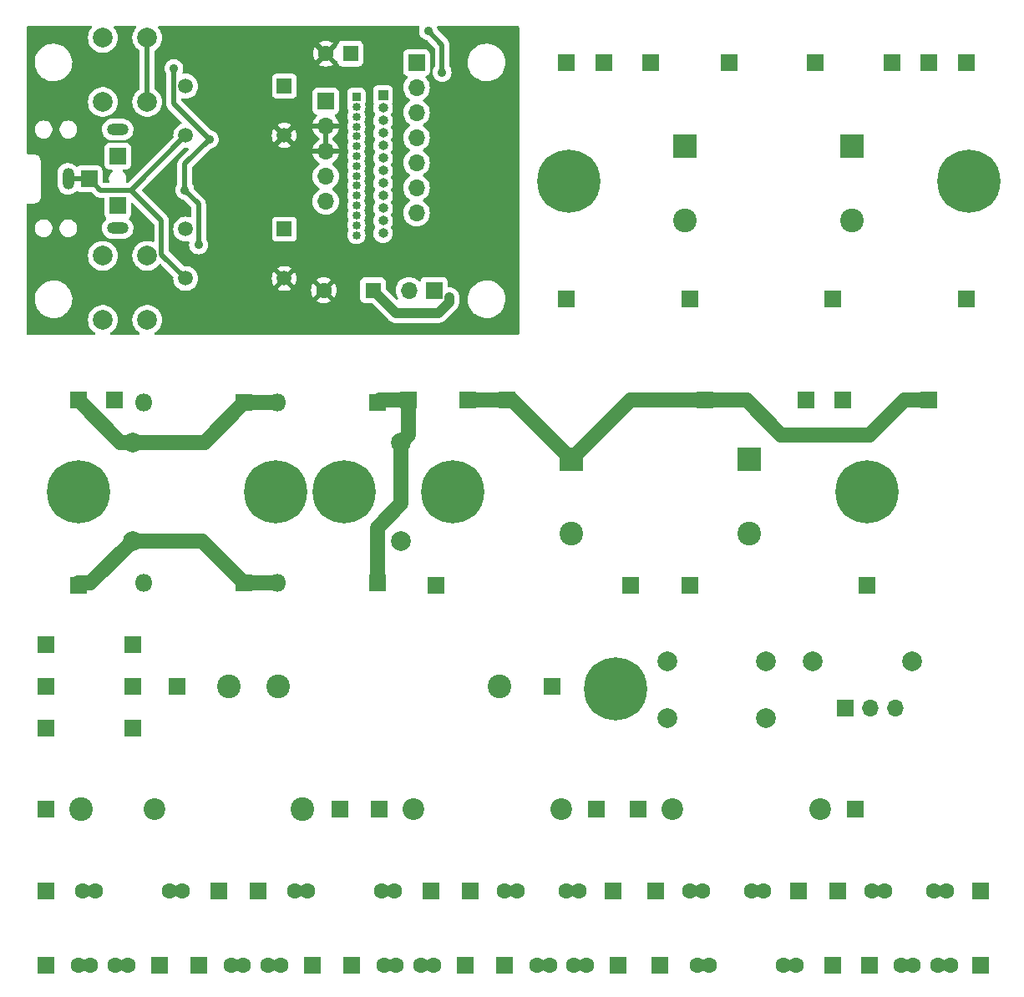
<source format=gbr>
%TF.GenerationSoftware,KiCad,Pcbnew,7.0.10-7.0.10~ubuntu22.04.1*%
%TF.CreationDate,2024-01-08T13:23:45+01:00*%
%TF.ProjectId,reparaturhelfer,72657061-7261-4747-9572-68656c666572,rev?*%
%TF.SameCoordinates,Original*%
%TF.FileFunction,Copper,L1,Top*%
%TF.FilePolarity,Positive*%
%FSLAX46Y46*%
G04 Gerber Fmt 4.6, Leading zero omitted, Abs format (unit mm)*
G04 Created by KiCad (PCBNEW 7.0.10-7.0.10~ubuntu22.04.1) date 2024-01-08 13:23:45*
%MOMM*%
%LPD*%
G01*
G04 APERTURE LIST*
%TA.AperFunction,ComponentPad*%
%ADD10R,1.700000X1.700000*%
%TD*%
%TA.AperFunction,ComponentPad*%
%ADD11C,2.200000*%
%TD*%
%TA.AperFunction,ComponentPad*%
%ADD12R,1.000000X1.000000*%
%TD*%
%TA.AperFunction,ComponentPad*%
%ADD13O,1.000000X1.000000*%
%TD*%
%TA.AperFunction,ComponentPad*%
%ADD14C,6.400000*%
%TD*%
%TA.AperFunction,ComponentPad*%
%ADD15R,2.400000X2.400000*%
%TD*%
%TA.AperFunction,ComponentPad*%
%ADD16C,2.400000*%
%TD*%
%TA.AperFunction,ComponentPad*%
%ADD17C,1.600000*%
%TD*%
%TA.AperFunction,ComponentPad*%
%ADD18C,2.000000*%
%TD*%
%TA.AperFunction,ComponentPad*%
%ADD19R,1.800000X1.800000*%
%TD*%
%TA.AperFunction,ComponentPad*%
%ADD20O,1.800000X1.800000*%
%TD*%
%TA.AperFunction,ComponentPad*%
%ADD21R,1.600000X1.600000*%
%TD*%
%TA.AperFunction,ComponentPad*%
%ADD22O,2.200000X1.200000*%
%TD*%
%TA.AperFunction,ComponentPad*%
%ADD23O,1.200000X2.200000*%
%TD*%
%TA.AperFunction,ComponentPad*%
%ADD24O,1.700000X1.700000*%
%TD*%
%TA.AperFunction,ComponentPad*%
%ADD25R,1.520000X1.520000*%
%TD*%
%TA.AperFunction,ComponentPad*%
%ADD26C,1.520000*%
%TD*%
%TA.AperFunction,ComponentPad*%
%ADD27R,0.850000X0.850000*%
%TD*%
%TA.AperFunction,ComponentPad*%
%ADD28O,0.850000X0.850000*%
%TD*%
%TA.AperFunction,ViaPad*%
%ADD29C,0.900000*%
%TD*%
%TA.AperFunction,Conductor*%
%ADD30C,0.500000*%
%TD*%
%TA.AperFunction,Conductor*%
%ADD31C,1.000000*%
%TD*%
%TA.AperFunction,Conductor*%
%ADD32C,1.500000*%
%TD*%
G04 APERTURE END LIST*
D10*
%TO.P,J422,1,Pin_1*%
%TO.N,Net-(J422-Pin_1)*%
X124750000Y-145500000D03*
%TD*%
D11*
%TO.P,C414,2*%
%TO.N,Net-(J428-Pin_1)*%
X108250000Y-129750000D03*
%TO.P,C414,1*%
%TO.N,Net-(J427-Pin_1)*%
X93250000Y-129750000D03*
%TD*%
D10*
%TO.P,J433,1,Pin_1*%
%TO.N,Net-(J433-Pin_1)*%
X95500000Y-117250000D03*
%TD*%
%TO.P,J311,1,Pin_1*%
%TO.N,Net-(J311-Pin_1)*%
X143500000Y-54000000D03*
%TD*%
%TO.P,J435,1,Pin_1*%
%TO.N,Net-(J435-Pin_1)*%
X162500000Y-138000000D03*
%TD*%
D11*
%TO.P,C410,1*%
%TO.N,Net-(J419-Pin_1)*%
X145750000Y-129750000D03*
%TO.P,C410,2*%
%TO.N,Net-(J420-Pin_1)*%
X160750000Y-129750000D03*
%TD*%
D10*
%TO.P,J304,1,Pin_1*%
%TO.N,Net-(J303-Pin_1)*%
X149000000Y-88250000D03*
%TD*%
%TO.P,J325,1,Pin_1*%
%TO.N,/Power Supply/gnd_b*%
X162000000Y-78000000D03*
%TD*%
%TO.P,J305,1,Pin_1*%
%TO.N,Net-(J303-Pin_1)*%
X171750000Y-88250000D03*
%TD*%
D12*
%TO.P,J202,1,Pin_1*%
%TO.N,unconnected-(J202-Pin_1-Pad1)*%
X116400000Y-57330000D03*
D13*
%TO.P,J202,2,Pin_2*%
%TO.N,unconnected-(J202-Pin_2-Pad2)*%
X116400000Y-58600000D03*
%TO.P,J202,3,Pin_3*%
%TO.N,unconnected-(J202-Pin_3-Pad3)*%
X116400000Y-59870000D03*
%TO.P,J202,4,Pin_4*%
%TO.N,unconnected-(J202-Pin_4-Pad4)*%
X116400000Y-61140000D03*
%TO.P,J202,5,Pin_5*%
%TO.N,unconnected-(J202-Pin_5-Pad5)*%
X116400000Y-62410000D03*
%TO.P,J202,6,Pin_6*%
%TO.N,unconnected-(J202-Pin_6-Pad6)*%
X116400000Y-63680000D03*
%TO.P,J202,7,Pin_7*%
%TO.N,unconnected-(J202-Pin_7-Pad7)*%
X116400000Y-64950000D03*
%TO.P,J202,8,Pin_8*%
%TO.N,unconnected-(J202-Pin_8-Pad8)*%
X116400000Y-66220000D03*
%TO.P,J202,9,Pin_9*%
%TO.N,unconnected-(J202-Pin_9-Pad9)*%
X116400000Y-67490000D03*
%TO.P,J202,10,Pin_10*%
%TO.N,unconnected-(J202-Pin_10-Pad10)*%
X116400000Y-68760000D03*
%TO.P,J202,11,Pin_11*%
%TO.N,unconnected-(J202-Pin_11-Pad11)*%
X116400000Y-70030000D03*
%TO.P,J202,12,Pin_12*%
%TO.N,unconnected-(J202-Pin_12-Pad12)*%
X116400000Y-71300000D03*
%TD*%
D14*
%TO.P,H304,1,1*%
%TO.N,/Power Supply/gnd_b*%
X135250000Y-66000000D03*
%TD*%
D15*
%TO.P,C305,1*%
%TO.N,Net-(J311-Pin_1)*%
X147000000Y-62487246D03*
D16*
%TO.P,C305,2*%
%TO.N,/Power Supply/gnd_b*%
X147000000Y-69987246D03*
%TD*%
D17*
%TO.P,C409,1*%
%TO.N,Net-(J417-Pin_1)*%
X101000000Y-145500000D03*
X102250000Y-145500000D03*
%TO.P,C409,2*%
%TO.N,Net-(J418-Pin_1)*%
X104750000Y-145500000D03*
X106000000Y-145500000D03*
%TD*%
D10*
%TO.P,J403,1,Pin_1*%
%TO.N,Net-(J403-Pin_1)*%
X82250000Y-138000000D03*
%TD*%
%TO.P,J416,1,Pin_1*%
%TO.N,Net-(J416-Pin_1)*%
X138000000Y-129750000D03*
%TD*%
D15*
%TO.P,C303,1*%
%TO.N,Net-(J303-Pin_1)*%
X135500000Y-94237246D03*
D16*
%TO.P,C303,2*%
%TO.N,/Power Supply/gnd_a*%
X135500000Y-101737246D03*
%TD*%
D10*
%TO.P,J432,1,Pin_1*%
%TO.N,Net-(J432-Pin_1)*%
X158500000Y-138000000D03*
%TD*%
D17*
%TO.P,C415,1*%
%TO.N,Net-(J429-Pin_1)*%
X128750000Y-138000000D03*
X130000000Y-138000000D03*
%TO.P,C415,2*%
%TO.N,Net-(J430-Pin_1)*%
X135000000Y-138000000D03*
X136250000Y-138000000D03*
%TD*%
D18*
%TO.P,C501,1*%
%TO.N,Net-(J501-Pin_1)*%
X155250000Y-114750000D03*
%TO.P,C501,2*%
%TO.N,Earth*%
X145250000Y-114750000D03*
%TD*%
D19*
%TO.P,D304,1,K*%
%TO.N,Net-(D302-A)*%
X102330000Y-106750000D03*
D20*
%TO.P,D304,2,A*%
%TO.N,/Power Supply/gnd_a*%
X92170000Y-106750000D03*
%TD*%
D14*
%TO.P,H303,1,1*%
%TO.N,/Power Supply/gnd_a*%
X112500000Y-97500000D03*
%TD*%
D17*
%TO.P,C419,1*%
%TO.N,Net-(J435-Pin_1)*%
X166000000Y-138000000D03*
X167250000Y-138000000D03*
%TO.P,C419,2*%
%TO.N,Net-(J436-Pin_1)*%
X172250000Y-138000000D03*
X173500000Y-138000000D03*
%TD*%
D18*
%TO.P,SW202,1,1*%
%TO.N,unconnected-(SW202-Pad1)*%
X88000000Y-80100000D03*
X88000000Y-73600000D03*
%TO.P,SW202,2,2*%
%TO.N,unconnected-(SW202-Pad2)*%
X92500000Y-80100000D03*
X92500000Y-73600000D03*
%TD*%
%TO.P,SW201,1,1*%
%TO.N,unconnected-(SW201-Pad1)*%
X88000000Y-58000000D03*
X88000000Y-51500000D03*
%TO.P,SW201,2,2*%
%TO.N,unconnected-(SW201-Pad2)*%
X92500000Y-58000000D03*
X92500000Y-51500000D03*
%TD*%
D16*
%TO.P,C420,1*%
%TO.N,Net-(J433-Pin_1)*%
X100750000Y-117250000D03*
%TO.P,C420,2*%
%TO.N,Net-(J434-Pin_1)*%
X128250000Y-117250000D03*
%TD*%
D14*
%TO.P,H501,1,1*%
%TO.N,Earth*%
X140000000Y-117500000D03*
%TD*%
D10*
%TO.P,J302,1,Pin_1*%
%TO.N,Net-(D301-K)*%
X119000000Y-88250000D03*
%TD*%
%TO.P,J428,1,Pin_1*%
%TO.N,Net-(J428-Pin_1)*%
X112000000Y-129750000D03*
%TD*%
%TO.P,J417,1,Pin_1*%
%TO.N,Net-(J417-Pin_1)*%
X97750000Y-145500000D03*
%TD*%
%TO.P,J411,1,Pin_1*%
%TO.N,Net-(J411-Pin_1)*%
X144500000Y-145500000D03*
%TD*%
%TO.P,J314,1,Pin_1*%
%TO.N,Net-(J311-Pin_1)*%
X168000000Y-54000000D03*
%TD*%
%TO.P,J320,1,Pin_1*%
%TO.N,/Power Supply/gnd_a*%
X141500000Y-107000000D03*
%TD*%
%TO.P,J415,1,Pin_1*%
%TO.N,Net-(J415-Pin_1)*%
X116000000Y-129750000D03*
%TD*%
%TO.P,J316,1,Pin_1*%
%TO.N,Net-(J315-Pin_1)*%
X175500000Y-54000000D03*
%TD*%
%TO.P,J307,1,Pin_1*%
%TO.N,Net-(J307-Pin_1)*%
X163000000Y-88250000D03*
%TD*%
%TO.P,J409,1,Pin_1*%
%TO.N,Net-(J409-Pin_1)*%
X82250000Y-121500000D03*
%TD*%
D19*
%TO.P,D303,1,K*%
%TO.N,Net-(D301-A)*%
X102330000Y-88500000D03*
D20*
%TO.P,D303,2,A*%
%TO.N,/Power Supply/gnd_a*%
X92170000Y-88500000D03*
%TD*%
D10*
%TO.P,J405,1,Pin_1*%
%TO.N,Net-(J405-Pin_1)*%
X82250000Y-117250000D03*
%TD*%
%TO.P,J410,1,Pin_1*%
%TO.N,Net-(J410-Pin_1)*%
X91000000Y-121500000D03*
%TD*%
D19*
%TO.P,D301,1,K*%
%TO.N,Net-(D301-K)*%
X115830000Y-88500000D03*
D20*
%TO.P,D301,2,A*%
%TO.N,Net-(D301-A)*%
X105670000Y-88500000D03*
%TD*%
D10*
%TO.P,J426,1,Pin_1*%
%TO.N,Net-(J426-Pin_1)*%
X140250000Y-145500000D03*
%TD*%
D21*
%TO.P,C211,1*%
%TO.N,+5V*%
X113105112Y-53100000D03*
D17*
%TO.P,C211,2*%
%TO.N,GND*%
X110605112Y-53100000D03*
%TD*%
%TO.P,C407,1*%
%TO.N,Net-(J413-Pin_1)*%
X85500000Y-145500000D03*
X86750000Y-145500000D03*
%TO.P,C407,2*%
%TO.N,Net-(J414-Pin_1)*%
X89250000Y-145500000D03*
X90500000Y-145500000D03*
%TD*%
D10*
%TO.P,J318,1,Pin_1*%
%TO.N,Net-(D302-A)*%
X85500000Y-107000000D03*
%TD*%
D22*
%TO.P,J206,R*%
%TO.N,/Bluetooth/audio_rechts*%
X89500000Y-60800000D03*
D23*
%TO.P,J206,S*%
%TO.N,/Bluetooth/audio_gnd*%
X84500000Y-65800000D03*
D22*
%TO.P,J206,T*%
%TO.N,/Bluetooth/audio_links*%
X89500000Y-70800000D03*
%TD*%
D10*
%TO.P,J429,1,Pin_1*%
%TO.N,Net-(J429-Pin_1)*%
X125250000Y-138000000D03*
%TD*%
%TO.P,J401,1,Pin_1*%
%TO.N,Net-(J401-Pin_1)*%
X82250000Y-113000000D03*
%TD*%
D17*
%TO.P,C412,2*%
%TO.N,Net-(J424-Pin_1)*%
X173900000Y-145500000D03*
X172650000Y-145500000D03*
%TO.P,C412,1*%
%TO.N,Net-(J423-Pin_1)*%
X170150000Y-145500000D03*
X168900000Y-145500000D03*
%TD*%
%TO.P,C406,1*%
%TO.N,Net-(J411-Pin_1)*%
X148250000Y-145500000D03*
X149500000Y-145500000D03*
%TO.P,C406,2*%
%TO.N,Net-(J412-Pin_1)*%
X157000000Y-145500000D03*
X158250000Y-145500000D03*
%TD*%
D21*
%TO.P,C204,1*%
%TO.N,+8V*%
X115402651Y-77100000D03*
D17*
%TO.P,C204,2*%
%TO.N,GND*%
X110402651Y-77100000D03*
%TD*%
D10*
%TO.P,J412,1,Pin_1*%
%TO.N,Net-(J412-Pin_1)*%
X162000000Y-145500000D03*
%TD*%
%TO.P,J425,1,Pin_1*%
%TO.N,Net-(J425-Pin_1)*%
X128750000Y-145500000D03*
%TD*%
%TO.P,J310,1,Pin_1*%
%TO.N,Net-(J309-Pin_1)*%
X135000000Y-54000000D03*
%TD*%
%TO.P,J326,1,Pin_1*%
%TO.N,/Power Supply/gnd_b*%
X175500000Y-78000000D03*
%TD*%
%TO.P,J308,1,Pin_1*%
%TO.N,Net-(J307-Pin_1)*%
X159250000Y-88250000D03*
%TD*%
D17*
%TO.P,C402,1*%
%TO.N,Net-(J403-Pin_1)*%
X86000000Y-138000000D03*
X87250000Y-138000000D03*
%TO.P,C402,2*%
%TO.N,Net-(J404-Pin_1)*%
X94750000Y-138000000D03*
X96000000Y-138000000D03*
%TD*%
%TO.P,C404,1*%
%TO.N,Net-(J407-Pin_1)*%
X107500000Y-138000000D03*
X108750000Y-138000000D03*
%TO.P,C404,2*%
%TO.N,Net-(J408-Pin_1)*%
X116250000Y-138000000D03*
X117500000Y-138000000D03*
%TD*%
D10*
%TO.P,J208,1,Pin_1*%
%TO.N,/Bluetooth/audio_rechts*%
X89500000Y-63500000D03*
%TD*%
%TO.P,J419,1,Pin_1*%
%TO.N,Net-(J419-Pin_1)*%
X142250000Y-129750000D03*
%TD*%
%TO.P,J209,1,Pin_1*%
%TO.N,/Bluetooth/audio_gnd*%
X86600000Y-65800000D03*
%TD*%
D14*
%TO.P,H302,1,1*%
%TO.N,/Power Supply/gnd_a*%
X105500000Y-97500000D03*
%TD*%
D10*
%TO.P,J418,1,Pin_1*%
%TO.N,Net-(J418-Pin_1)*%
X109250000Y-145500000D03*
%TD*%
%TO.P,J312,1,Pin_1*%
%TO.N,Net-(J311-Pin_1)*%
X151500000Y-54000000D03*
%TD*%
D14*
%TO.P,H305,1,1*%
%TO.N,/Power Supply/gnd_a*%
X123500000Y-97500000D03*
%TD*%
D10*
%TO.P,J413,1,Pin_1*%
%TO.N,Net-(J413-Pin_1)*%
X82250000Y-145500000D03*
%TD*%
%TO.P,J313,1,Pin_1*%
%TO.N,Net-(J311-Pin_1)*%
X160250000Y-54000000D03*
%TD*%
D18*
%TO.P,C301,1*%
%TO.N,Net-(D301-A)*%
X91000000Y-92500000D03*
%TO.P,C301,2*%
%TO.N,Net-(D302-A)*%
X91000000Y-102500000D03*
%TD*%
D10*
%TO.P,J324,1,Pin_1*%
%TO.N,/Power Supply/gnd_b*%
X147500000Y-78000000D03*
%TD*%
%TO.P,J406,1,Pin_1*%
%TO.N,Net-(J406-Pin_1)*%
X91000000Y-117250000D03*
%TD*%
%TO.P,J431,1,Pin_1*%
%TO.N,Net-(J431-Pin_1)*%
X144000000Y-138000000D03*
%TD*%
D11*
%TO.P,C408,1*%
%TO.N,Net-(J415-Pin_1)*%
X119500000Y-129750000D03*
%TO.P,C408,2*%
%TO.N,Net-(J416-Pin_1)*%
X134500000Y-129750000D03*
%TD*%
D17*
%TO.P,C417,1*%
%TO.N,Net-(J431-Pin_1)*%
X147500000Y-138000000D03*
X148750000Y-138000000D03*
%TO.P,C417,2*%
%TO.N,Net-(J432-Pin_1)*%
X153750000Y-138000000D03*
X155000000Y-138000000D03*
%TD*%
D10*
%TO.P,J204,1,Pin_1*%
%TO.N,unconnected-(J204-Pin_1-Pad1)*%
X119800000Y-54000000D03*
D24*
%TO.P,J204,2,Pin_2*%
%TO.N,unconnected-(J204-Pin_2-Pad2)*%
X119800000Y-56540000D03*
%TO.P,J204,3,Pin_3*%
%TO.N,unconnected-(J204-Pin_3-Pad3)*%
X119800000Y-59080000D03*
%TO.P,J204,4,Pin_4*%
%TO.N,unconnected-(J204-Pin_4-Pad4)*%
X119800000Y-61620000D03*
%TO.P,J204,5,Pin_5*%
%TO.N,unconnected-(J204-Pin_5-Pad5)*%
X119800000Y-64160000D03*
%TO.P,J204,6,Pin_6*%
%TO.N,unconnected-(J204-Pin_6-Pad6)*%
X119800000Y-66700000D03*
%TO.P,J204,7,Pin_7*%
%TO.N,unconnected-(J204-Pin_7-Pad7)*%
X119800000Y-69240000D03*
%TD*%
D25*
%TO.P,T202,1,AA*%
%TO.N,/Bluetooth/amp_rechts*%
X106400000Y-70900000D03*
D26*
%TO.P,T202,2,AB*%
%TO.N,GND*%
X106400000Y-75900000D03*
%TO.P,T202,3,SA*%
%TO.N,/Bluetooth/audio_gnd*%
X96400000Y-75900000D03*
%TO.P,T202,4,SB*%
%TO.N,/Bluetooth/audio_rechts*%
X96400000Y-70900000D03*
%TD*%
D18*
%TO.P,C502,1*%
%TO.N,Net-(J501-Pin_1)*%
X160000000Y-114750000D03*
%TO.P,C502,2*%
%TO.N,Net-(J501-Pin_3)*%
X170000000Y-114750000D03*
%TD*%
D10*
%TO.P,J321,1,Pin_1*%
%TO.N,/Power Supply/gnd_a*%
X147500000Y-107000000D03*
%TD*%
D25*
%TO.P,T201,1,AA*%
%TO.N,Net-(T201-AA)*%
X106400000Y-56400000D03*
D26*
%TO.P,T201,2,AB*%
%TO.N,GND*%
X106400000Y-61400000D03*
%TO.P,T201,3,SA*%
%TO.N,/Bluetooth/audio_gnd*%
X96400000Y-61400000D03*
%TO.P,T201,4,SB*%
%TO.N,/Bluetooth/audio_links*%
X96400000Y-56400000D03*
%TD*%
D10*
%TO.P,J427,1,Pin_1*%
%TO.N,Net-(J427-Pin_1)*%
X82250000Y-129750000D03*
%TD*%
%TO.P,J436,1,Pin_1*%
%TO.N,Net-(J436-Pin_1)*%
X177000000Y-138000000D03*
%TD*%
D17*
%TO.P,C411,1*%
%TO.N,Net-(J421-Pin_1)*%
X116500000Y-145500000D03*
X117750000Y-145500000D03*
%TO.P,C411,2*%
%TO.N,Net-(J422-Pin_1)*%
X120250000Y-145500000D03*
X121500000Y-145500000D03*
%TD*%
D18*
%TO.P,C302,1*%
%TO.N,Net-(D301-K)*%
X118250000Y-92500000D03*
%TO.P,C302,2*%
%TO.N,/Power Supply/gnd_a*%
X118250000Y-102500000D03*
%TD*%
D10*
%TO.P,J317,1,Pin_1*%
%TO.N,Net-(D301-A)*%
X85500000Y-88250000D03*
%TD*%
%TO.P,J309,1,Pin_1*%
%TO.N,Net-(J309-Pin_1)*%
X138750000Y-54000000D03*
%TD*%
%TO.P,J301,1,Pin_1*%
%TO.N,Net-(D301-K)*%
X89200000Y-88250000D03*
%TD*%
%TO.P,J404,1,Pin_1*%
%TO.N,Net-(J404-Pin_1)*%
X99750000Y-138000000D03*
%TD*%
D27*
%TO.P,J203,1,Pin_1*%
%TO.N,unconnected-(J203-Pin_1-Pad1)*%
X113700000Y-57500000D03*
D28*
%TO.P,J203,2,Pin_2*%
%TO.N,unconnected-(J203-Pin_2-Pad2)*%
X113700000Y-58500000D03*
%TO.P,J203,3,Pin_3*%
%TO.N,unconnected-(J203-Pin_3-Pad3)*%
X113700000Y-59500000D03*
%TO.P,J203,4,Pin_4*%
%TO.N,unconnected-(J203-Pin_4-Pad4)*%
X113700000Y-60500000D03*
%TO.P,J203,5,Pin_5*%
%TO.N,unconnected-(J203-Pin_5-Pad5)*%
X113700000Y-61500000D03*
%TO.P,J203,6,Pin_6*%
%TO.N,unconnected-(J203-Pin_6-Pad6)*%
X113700000Y-62500000D03*
%TO.P,J203,7,Pin_7*%
%TO.N,unconnected-(J203-Pin_7-Pad7)*%
X113700000Y-63500000D03*
%TO.P,J203,8,Pin_8*%
%TO.N,unconnected-(J203-Pin_8-Pad8)*%
X113700000Y-64500000D03*
%TO.P,J203,9,Pin_9*%
%TO.N,unconnected-(J203-Pin_9-Pad9)*%
X113700000Y-65500000D03*
%TO.P,J203,10,Pin_10*%
%TO.N,unconnected-(J203-Pin_10-Pad10)*%
X113700000Y-66500000D03*
%TO.P,J203,11,Pin_11*%
%TO.N,unconnected-(J203-Pin_11-Pad11)*%
X113700000Y-67500000D03*
%TO.P,J203,12,Pin_12*%
%TO.N,unconnected-(J203-Pin_12-Pad12)*%
X113700000Y-68500000D03*
%TO.P,J203,13,Pin_13*%
%TO.N,unconnected-(J203-Pin_13-Pad13)*%
X113700000Y-69500000D03*
%TO.P,J203,14,Pin_14*%
%TO.N,unconnected-(J203-Pin_14-Pad14)*%
X113700000Y-70500000D03*
%TO.P,J203,15,Pin_15*%
%TO.N,unconnected-(J203-Pin_15-Pad15)*%
X113700000Y-71500000D03*
%TD*%
D10*
%TO.P,J207,1,Pin_1*%
%TO.N,/Bluetooth/audio_links*%
X89500000Y-68500000D03*
%TD*%
%TO.P,J501,1,Pin_1*%
%TO.N,Net-(J501-Pin_1)*%
X163225000Y-119500000D03*
D24*
%TO.P,J501,2,Pin_2*%
%TO.N,unconnected-(J501-Pin_2-Pad2)*%
X165765000Y-119500000D03*
%TO.P,J501,3,Pin_3*%
%TO.N,Net-(J501-Pin_3)*%
X168305000Y-119500000D03*
%TD*%
D10*
%TO.P,J424,1,Pin_1*%
%TO.N,Net-(J424-Pin_1)*%
X177000000Y-145500000D03*
%TD*%
%TO.P,J205,1,Pin_1*%
%TO.N,+5V*%
X110600000Y-57925000D03*
D24*
%TO.P,J205,2,Pin_2*%
%TO.N,GND*%
X110600000Y-60465000D03*
%TO.P,J205,3,Pin_3*%
X110600000Y-63005000D03*
%TO.P,J205,4,Pin_4*%
%TO.N,Net-(J205-Pin_4)*%
X110600000Y-65545000D03*
%TO.P,J205,5,Pin_5*%
%TO.N,Net-(J205-Pin_5)*%
X110600000Y-68085000D03*
%TD*%
D16*
%TO.P,C418,1*%
%TO.N,Net-(J433-Pin_1)*%
X105750000Y-117250000D03*
%TO.P,C418,2*%
%TO.N,Net-(J434-Pin_1)*%
X128250000Y-117250000D03*
%TD*%
D14*
%TO.P,H307,1,1*%
%TO.N,/Power Supply/gnd_a*%
X165500000Y-97500000D03*
%TD*%
D10*
%TO.P,J306,1,Pin_1*%
%TO.N,Net-(J303-Pin_1)*%
X129000000Y-88250000D03*
%TD*%
%TO.P,J420,1,Pin_1*%
%TO.N,Net-(J420-Pin_1)*%
X164250000Y-129750000D03*
%TD*%
D16*
%TO.P,C416,1*%
%TO.N,Net-(J427-Pin_1)*%
X85750000Y-129750000D03*
%TO.P,C416,2*%
%TO.N,Net-(J428-Pin_1)*%
X108250000Y-129750000D03*
%TD*%
D10*
%TO.P,J323,1,Pin_1*%
%TO.N,/Power Supply/gnd_b*%
X135000000Y-78000000D03*
%TD*%
%TO.P,J430,1,Pin_1*%
%TO.N,Net-(J430-Pin_1)*%
X139750000Y-138000000D03*
%TD*%
%TO.P,J414,1,Pin_1*%
%TO.N,Net-(J414-Pin_1)*%
X93750000Y-145500000D03*
%TD*%
D14*
%TO.P,H301,1,1*%
%TO.N,/Power Supply/gnd_a*%
X85500000Y-97500000D03*
%TD*%
D10*
%TO.P,J319,1,Pin_1*%
%TO.N,/Power Supply/gnd_a*%
X121750000Y-107000000D03*
%TD*%
%TO.P,J201,1,Pin_1*%
%TO.N,6\u002C3V_AC*%
X121575000Y-77100000D03*
D24*
%TO.P,J201,2,Pin_2*%
%TO.N,Earth*%
X119035000Y-77100000D03*
%TD*%
D10*
%TO.P,J303,1,Pin_1*%
%TO.N,Net-(J303-Pin_1)*%
X125000000Y-88250000D03*
%TD*%
%TO.P,J402,1,Pin_1*%
%TO.N,Net-(J402-Pin_1)*%
X91000000Y-113000000D03*
%TD*%
D18*
%TO.P,C503,1*%
%TO.N,Net-(J501-Pin_3)*%
X155250000Y-120500000D03*
%TO.P,C503,2*%
%TO.N,Earth*%
X145250000Y-120500000D03*
%TD*%
D15*
%TO.P,C306,1*%
%TO.N,Net-(J315-Pin_1)*%
X163900000Y-62487246D03*
D16*
%TO.P,C306,2*%
%TO.N,/Power Supply/gnd_b*%
X163900000Y-69987246D03*
%TD*%
D17*
%TO.P,C413,1*%
%TO.N,Net-(J425-Pin_1)*%
X132000000Y-145500000D03*
X133250000Y-145500000D03*
%TO.P,C413,2*%
%TO.N,Net-(J426-Pin_1)*%
X135750000Y-145500000D03*
X137000000Y-145500000D03*
%TD*%
D19*
%TO.P,D302,1,K*%
%TO.N,Net-(D301-K)*%
X115830000Y-106750000D03*
D20*
%TO.P,D302,2,A*%
%TO.N,Net-(D302-A)*%
X105670000Y-106750000D03*
%TD*%
D10*
%TO.P,J408,1,Pin_1*%
%TO.N,Net-(J408-Pin_1)*%
X121250000Y-138000000D03*
%TD*%
%TO.P,J407,1,Pin_1*%
%TO.N,Net-(J407-Pin_1)*%
X103750000Y-138000000D03*
%TD*%
D15*
%TO.P,C304,1*%
%TO.N,Net-(J307-Pin_1)*%
X153500000Y-94237246D03*
D16*
%TO.P,C304,2*%
%TO.N,/Power Supply/gnd_a*%
X153500000Y-101737246D03*
%TD*%
D10*
%TO.P,J423,1,Pin_1*%
%TO.N,Net-(J423-Pin_1)*%
X165750000Y-145500000D03*
%TD*%
%TO.P,J434,1,Pin_1*%
%TO.N,Net-(J434-Pin_1)*%
X133500000Y-117250000D03*
%TD*%
%TO.P,J315,1,Pin_1*%
%TO.N,Net-(J315-Pin_1)*%
X171750000Y-54000000D03*
%TD*%
%TO.P,J322,1,Pin_1*%
%TO.N,/Power Supply/gnd_a*%
X165500000Y-107000000D03*
%TD*%
D14*
%TO.P,H306,1,1*%
%TO.N,/Power Supply/gnd_b*%
X175750000Y-66000000D03*
%TD*%
D10*
%TO.P,J421,1,Pin_1*%
%TO.N,Net-(J421-Pin_1)*%
X113250000Y-145500000D03*
%TD*%
D29*
%TO.N,+8V*%
X121000000Y-50800000D03*
X122400000Y-55000000D03*
%TO.N,+5V*%
X95200000Y-54600000D03*
X97700000Y-72500000D03*
X98800000Y-61800000D03*
X96300000Y-66950000D03*
%TO.N,GND*%
X99000000Y-66000000D03*
X117750000Y-71800000D03*
X106900000Y-66200000D03*
X128075000Y-72675000D03*
X103130000Y-65370000D03*
X108500000Y-53300000D03*
X104226992Y-70823008D03*
%TO.N,+8V*%
X123125000Y-77800000D03*
%TD*%
D30*
%TO.N,+5V*%
X97700000Y-72500000D02*
X97700000Y-68350000D01*
X97700000Y-68350000D02*
X96300000Y-66950000D01*
X96300000Y-66950000D02*
X96300000Y-64300000D01*
X96300000Y-64300000D02*
X98800000Y-61800000D01*
%TO.N,+8V*%
X121000000Y-50800000D02*
X122400000Y-52200000D01*
X122400000Y-52200000D02*
X122400000Y-55000000D01*
%TO.N,+5V*%
X95190000Y-55110000D02*
X95200000Y-55100000D01*
X95200000Y-55100000D02*
X95200000Y-54600000D01*
X95190000Y-58190000D02*
X98800000Y-61800000D01*
X95190000Y-55110000D02*
X95190000Y-58190000D01*
D31*
%TO.N,+8V*%
X122000000Y-79400000D02*
X117702651Y-79400000D01*
X117702651Y-79400000D02*
X115402651Y-77100000D01*
X123125000Y-77800000D02*
X123125000Y-78275000D01*
X123125000Y-78275000D02*
X122000000Y-79400000D01*
D32*
%TO.N,Net-(D301-A)*%
X89750000Y-92500000D02*
X91000000Y-92500000D01*
X102330000Y-88500000D02*
X105670000Y-88500000D01*
X85500000Y-88250000D02*
X89750000Y-92500000D01*
X91000000Y-92500000D02*
X98330000Y-92500000D01*
X98330000Y-92500000D02*
X102330000Y-88500000D01*
%TO.N,Net-(D302-A)*%
X85500000Y-106750000D02*
X86750000Y-106750000D01*
X91000000Y-102500000D02*
X98080000Y-102500000D01*
X102330000Y-106750000D02*
X105670000Y-106750000D01*
X86750000Y-106750000D02*
X91000000Y-102500000D01*
X98080000Y-102500000D02*
X102330000Y-106750000D01*
%TO.N,Net-(D301-K)*%
X116080000Y-88250000D02*
X115830000Y-88500000D01*
X119000000Y-88250000D02*
X119000000Y-91750000D01*
X118250000Y-98750000D02*
X118250000Y-92500000D01*
X115830000Y-101170000D02*
X118250000Y-98750000D01*
X119000000Y-91750000D02*
X118250000Y-92500000D01*
X119000000Y-88250000D02*
X116080000Y-88250000D01*
X115830000Y-106750000D02*
X115830000Y-101170000D01*
%TO.N,Net-(J303-Pin_1)*%
X129500000Y-88250000D02*
X135487246Y-94237246D01*
X165750000Y-91750000D02*
X169250000Y-88250000D01*
X149000000Y-88250000D02*
X153250000Y-88250000D01*
X135512754Y-94237246D02*
X141500000Y-88250000D01*
X169250000Y-88250000D02*
X171750000Y-88250000D01*
X153250000Y-88250000D02*
X156750000Y-91750000D01*
X135500000Y-94237246D02*
X135512754Y-94237246D01*
X135487246Y-94237246D02*
X135500000Y-94237246D01*
X141500000Y-88250000D02*
X149000000Y-88250000D01*
X156750000Y-91750000D02*
X165750000Y-91750000D01*
X125000000Y-88250000D02*
X129500000Y-88250000D01*
D30*
%TO.N,/Bluetooth/audio_gnd*%
X96400000Y-61400000D02*
X90850000Y-66950000D01*
X93950000Y-70050000D02*
X90850000Y-66950000D01*
X87750000Y-66950000D02*
X86600000Y-65800000D01*
X86600000Y-65800000D02*
X84500000Y-65800000D01*
X90850000Y-66950000D02*
X87750000Y-66950000D01*
X93950000Y-73450000D02*
X93950000Y-70050000D01*
X96400000Y-75900000D02*
X93950000Y-73450000D01*
%TO.N,unconnected-(SW201-Pad2)*%
X92500000Y-51500000D02*
X92500000Y-58000000D01*
%TD*%
%TA.AperFunction,Conductor*%
%TO.N,GND*%
G36*
X110850000Y-62569498D02*
G01*
X110742315Y-62520320D01*
X110635763Y-62505000D01*
X110564237Y-62505000D01*
X110457685Y-62520320D01*
X110350000Y-62569498D01*
X110350000Y-60900501D01*
X110457685Y-60949680D01*
X110564237Y-60965000D01*
X110635763Y-60965000D01*
X110742315Y-60949680D01*
X110850000Y-60900501D01*
X110850000Y-62569498D01*
G37*
%TD.AperFunction*%
%TA.AperFunction,Conductor*%
G36*
X86849077Y-50320185D02*
G01*
X86894832Y-50372989D01*
X86904776Y-50442147D01*
X86875751Y-50505703D01*
X86873267Y-50508483D01*
X86811836Y-50575213D01*
X86675826Y-50783393D01*
X86575936Y-51011118D01*
X86514892Y-51252175D01*
X86514890Y-51252187D01*
X86494357Y-51499994D01*
X86494357Y-51500005D01*
X86514890Y-51747812D01*
X86514892Y-51747824D01*
X86575936Y-51988881D01*
X86675826Y-52216606D01*
X86811833Y-52424782D01*
X86811836Y-52424785D01*
X86980256Y-52607738D01*
X87176491Y-52760474D01*
X87285840Y-52819651D01*
X87385139Y-52873389D01*
X87395190Y-52878828D01*
X87630386Y-52959571D01*
X87875665Y-53000500D01*
X88124335Y-53000500D01*
X88369614Y-52959571D01*
X88604810Y-52878828D01*
X88823509Y-52760474D01*
X89019744Y-52607738D01*
X89188164Y-52424785D01*
X89324173Y-52216607D01*
X89424063Y-51988881D01*
X89485108Y-51747821D01*
X89485467Y-51743488D01*
X89505643Y-51500005D01*
X89505643Y-51499994D01*
X89485109Y-51252187D01*
X89485107Y-51252175D01*
X89424063Y-51011118D01*
X89324173Y-50783393D01*
X89188163Y-50575213D01*
X89126733Y-50508483D01*
X89095810Y-50445829D01*
X89103670Y-50376403D01*
X89147817Y-50322247D01*
X89214234Y-50300556D01*
X89217962Y-50300500D01*
X91282038Y-50300500D01*
X91349077Y-50320185D01*
X91394832Y-50372989D01*
X91404776Y-50442147D01*
X91375751Y-50505703D01*
X91373267Y-50508483D01*
X91311836Y-50575213D01*
X91175826Y-50783393D01*
X91075936Y-51011118D01*
X91014892Y-51252175D01*
X91014890Y-51252187D01*
X90994357Y-51499994D01*
X90994357Y-51500005D01*
X91014890Y-51747812D01*
X91014892Y-51747824D01*
X91075936Y-51988881D01*
X91175826Y-52216606D01*
X91311833Y-52424782D01*
X91311836Y-52424785D01*
X91480256Y-52607738D01*
X91676491Y-52760474D01*
X91684513Y-52764815D01*
X91734106Y-52814032D01*
X91749500Y-52873872D01*
X91749500Y-56626128D01*
X91729815Y-56693167D01*
X91684522Y-56735179D01*
X91676491Y-56739526D01*
X91621756Y-56782128D01*
X91480257Y-56892261D01*
X91311833Y-57075217D01*
X91175826Y-57283393D01*
X91075936Y-57511118D01*
X91014892Y-57752175D01*
X91014890Y-57752187D01*
X90994357Y-57999994D01*
X90994357Y-58000005D01*
X91014890Y-58247812D01*
X91014892Y-58247824D01*
X91075936Y-58488881D01*
X91175826Y-58716606D01*
X91311833Y-58924782D01*
X91311836Y-58924785D01*
X91480256Y-59107738D01*
X91676491Y-59260474D01*
X91895190Y-59378828D01*
X92130386Y-59459571D01*
X92375665Y-59500500D01*
X92624335Y-59500500D01*
X92869614Y-59459571D01*
X93104810Y-59378828D01*
X93323509Y-59260474D01*
X93519744Y-59107738D01*
X93688164Y-58924785D01*
X93824173Y-58716607D01*
X93924063Y-58488881D01*
X93985108Y-58247821D01*
X93986277Y-58233711D01*
X94005643Y-58000005D01*
X94005643Y-57999994D01*
X93985109Y-57752187D01*
X93985107Y-57752175D01*
X93924063Y-57511118D01*
X93824173Y-57283393D01*
X93688166Y-57075217D01*
X93648991Y-57032662D01*
X93519744Y-56892262D01*
X93323509Y-56739526D01*
X93315477Y-56735179D01*
X93265891Y-56685961D01*
X93250500Y-56626128D01*
X93250500Y-53100002D01*
X109300146Y-53100002D01*
X109319970Y-53326599D01*
X109319972Y-53326610D01*
X109378842Y-53546317D01*
X109378847Y-53546331D01*
X109474975Y-53752478D01*
X109526086Y-53825472D01*
X110207158Y-53144400D01*
X110219947Y-53225148D01*
X110277471Y-53338045D01*
X110367067Y-53427641D01*
X110479964Y-53485165D01*
X110560711Y-53497953D01*
X109879638Y-54179025D01*
X109952625Y-54230132D01*
X109952633Y-54230136D01*
X110158780Y-54326264D01*
X110158794Y-54326269D01*
X110378501Y-54385139D01*
X110378512Y-54385141D01*
X110605110Y-54404966D01*
X110605114Y-54404966D01*
X110831711Y-54385141D01*
X110831722Y-54385139D01*
X111051429Y-54326269D01*
X111051443Y-54326264D01*
X111257590Y-54230136D01*
X111330583Y-54179024D01*
X110649512Y-53497953D01*
X110730260Y-53485165D01*
X110843157Y-53427641D01*
X110932753Y-53338045D01*
X110990277Y-53225148D01*
X111003065Y-53144400D01*
X111689309Y-53830644D01*
X111738304Y-53840491D01*
X111788487Y-53889106D01*
X111803161Y-53944632D01*
X111804211Y-53944576D01*
X111804258Y-53944571D01*
X111804258Y-53944573D01*
X111804436Y-53944564D01*
X111804613Y-53947876D01*
X111811020Y-54007483D01*
X111861314Y-54142328D01*
X111861318Y-54142335D01*
X111947564Y-54257544D01*
X111947567Y-54257547D01*
X112062776Y-54343793D01*
X112062783Y-54343797D01*
X112197629Y-54394091D01*
X112197628Y-54394091D01*
X112204556Y-54394835D01*
X112257239Y-54400500D01*
X113952984Y-54400499D01*
X114012595Y-54394091D01*
X114147443Y-54343796D01*
X114262658Y-54257546D01*
X114348908Y-54142331D01*
X114399203Y-54007483D01*
X114405612Y-53947873D01*
X114405611Y-52252128D01*
X114399203Y-52192517D01*
X114389773Y-52167235D01*
X114348909Y-52057671D01*
X114348905Y-52057664D01*
X114262659Y-51942455D01*
X114262656Y-51942452D01*
X114147447Y-51856206D01*
X114147440Y-51856202D01*
X114012594Y-51805908D01*
X114012595Y-51805908D01*
X113952995Y-51799501D01*
X113952993Y-51799500D01*
X113952985Y-51799500D01*
X113952976Y-51799500D01*
X112257241Y-51799500D01*
X112257235Y-51799501D01*
X112197628Y-51805908D01*
X112062783Y-51856202D01*
X112062776Y-51856206D01*
X111947567Y-51942452D01*
X111947564Y-51942455D01*
X111861318Y-52057664D01*
X111861314Y-52057671D01*
X111811020Y-52192517D01*
X111805299Y-52245735D01*
X111804613Y-52252123D01*
X111804434Y-52255452D01*
X111802959Y-52255372D01*
X111784927Y-52316784D01*
X111732123Y-52362539D01*
X111688634Y-52370029D01*
X111003065Y-53055598D01*
X110990277Y-52974852D01*
X110932753Y-52861955D01*
X110843157Y-52772359D01*
X110730260Y-52714835D01*
X110649513Y-52702046D01*
X111330584Y-52020974D01*
X111257590Y-51969863D01*
X111051443Y-51873735D01*
X111051429Y-51873730D01*
X110831722Y-51814860D01*
X110831711Y-51814858D01*
X110605114Y-51795034D01*
X110605110Y-51795034D01*
X110378512Y-51814858D01*
X110378501Y-51814860D01*
X110158794Y-51873730D01*
X110158785Y-51873734D01*
X109952628Y-51969866D01*
X109952624Y-51969868D01*
X109879638Y-52020973D01*
X109879638Y-52020974D01*
X110560711Y-52702046D01*
X110479964Y-52714835D01*
X110367067Y-52772359D01*
X110277471Y-52861955D01*
X110219947Y-52974852D01*
X110207158Y-53055598D01*
X109526086Y-52374526D01*
X109526085Y-52374526D01*
X109474980Y-52447512D01*
X109474978Y-52447516D01*
X109378846Y-52653673D01*
X109378842Y-52653682D01*
X109319972Y-52873389D01*
X109319970Y-52873400D01*
X109300146Y-53099997D01*
X109300146Y-53100002D01*
X93250500Y-53100002D01*
X93250500Y-52873872D01*
X93270185Y-52806833D01*
X93315487Y-52764815D01*
X93323509Y-52760474D01*
X93519744Y-52607738D01*
X93688164Y-52424785D01*
X93824173Y-52216607D01*
X93924063Y-51988881D01*
X93985108Y-51747821D01*
X93985467Y-51743488D01*
X94005643Y-51500005D01*
X94005643Y-51499994D01*
X93985109Y-51252187D01*
X93985107Y-51252175D01*
X93924063Y-51011118D01*
X93824173Y-50783393D01*
X93688163Y-50575213D01*
X93626733Y-50508483D01*
X93595810Y-50445829D01*
X93603670Y-50376403D01*
X93647817Y-50322247D01*
X93714234Y-50300556D01*
X93717962Y-50300500D01*
X119991058Y-50300500D01*
X120058097Y-50320185D01*
X120103852Y-50372989D01*
X120113796Y-50442147D01*
X120109718Y-50460496D01*
X120063253Y-50613666D01*
X120063252Y-50613668D01*
X120044901Y-50800000D01*
X120063252Y-50986331D01*
X120063253Y-50986333D01*
X120117604Y-51165502D01*
X120205862Y-51330623D01*
X120205864Y-51330626D01*
X120324642Y-51475357D01*
X120469373Y-51594135D01*
X120469376Y-51594137D01*
X120593225Y-51660335D01*
X120634499Y-51682396D01*
X120739685Y-51714304D01*
X120795867Y-51731347D01*
X120813669Y-51736747D01*
X120837963Y-51739139D01*
X120902750Y-51765297D01*
X120913493Y-51774861D01*
X121613181Y-52474549D01*
X121646666Y-52535872D01*
X121649500Y-52562230D01*
X121649500Y-54371836D01*
X121629815Y-54438875D01*
X121621355Y-54450499D01*
X121605864Y-54469375D01*
X121605860Y-54469381D01*
X121517604Y-54634497D01*
X121463253Y-54813666D01*
X121463252Y-54813668D01*
X121444901Y-55000000D01*
X121463252Y-55186331D01*
X121463253Y-55186333D01*
X121517604Y-55365502D01*
X121605862Y-55530623D01*
X121605864Y-55530626D01*
X121724642Y-55675357D01*
X121869373Y-55794135D01*
X121869376Y-55794137D01*
X121996660Y-55862171D01*
X122034499Y-55882396D01*
X122213666Y-55936746D01*
X122213668Y-55936747D01*
X122230374Y-55938392D01*
X122400000Y-55955099D01*
X122586331Y-55936747D01*
X122765501Y-55882396D01*
X122930625Y-55794136D01*
X123075357Y-55675357D01*
X123194136Y-55530625D01*
X123282396Y-55365501D01*
X123336747Y-55186331D01*
X123355099Y-55000000D01*
X123336747Y-54813669D01*
X123282396Y-54634499D01*
X123194136Y-54469375D01*
X123178645Y-54450499D01*
X123151333Y-54386188D01*
X123150500Y-54371836D01*
X123150500Y-54069594D01*
X124995686Y-54069594D01*
X125026114Y-54346125D01*
X125096478Y-54615272D01*
X125180787Y-54813669D01*
X125205284Y-54871314D01*
X125283820Y-55000000D01*
X125350205Y-55108776D01*
X125350212Y-55108786D01*
X125528161Y-55322616D01*
X125528167Y-55322621D01*
X125648805Y-55430712D01*
X125735357Y-55508263D01*
X125967373Y-55661763D01*
X126219267Y-55779846D01*
X126219274Y-55779848D01*
X126219276Y-55779849D01*
X126485657Y-55859992D01*
X126485664Y-55859993D01*
X126485669Y-55859995D01*
X126760901Y-55900500D01*
X126760906Y-55900500D01*
X126969461Y-55900500D01*
X126969463Y-55900500D01*
X126969467Y-55900499D01*
X126969481Y-55900499D01*
X127016953Y-55897024D01*
X127177455Y-55885277D01*
X127448997Y-55824788D01*
X127708838Y-55725408D01*
X127951440Y-55589253D01*
X128171632Y-55419226D01*
X128192421Y-55397664D01*
X128223429Y-55365502D01*
X128364722Y-55218951D01*
X128526593Y-54992696D01*
X128632693Y-54786331D01*
X128653790Y-54745298D01*
X128653794Y-54745288D01*
X128653797Y-54745283D01*
X128743621Y-54481986D01*
X128794152Y-54208416D01*
X128804313Y-53930404D01*
X128773886Y-53653876D01*
X128703520Y-53384724D01*
X128594716Y-53128686D01*
X128449792Y-52891219D01*
X128434954Y-52873389D01*
X128271838Y-52677383D01*
X128271832Y-52677378D01*
X128064643Y-52491737D01*
X127832629Y-52338238D01*
X127832627Y-52338237D01*
X127580733Y-52220154D01*
X127580728Y-52220152D01*
X127580723Y-52220150D01*
X127314342Y-52140007D01*
X127314328Y-52140004D01*
X127191504Y-52121929D01*
X127039099Y-52099500D01*
X126830537Y-52099500D01*
X126830518Y-52099500D01*
X126622545Y-52114723D01*
X126622535Y-52114724D01*
X126351007Y-52175210D01*
X126350997Y-52175213D01*
X126091161Y-52274592D01*
X125848561Y-52410746D01*
X125848556Y-52410749D01*
X125628369Y-52580772D01*
X125628359Y-52580781D01*
X125435281Y-52781045D01*
X125435274Y-52781053D01*
X125273412Y-53007295D01*
X125273405Y-53007307D01*
X125146209Y-53254701D01*
X125146205Y-53254711D01*
X125056379Y-53518012D01*
X125056378Y-53518018D01*
X125005848Y-53791584D01*
X125005847Y-53791591D01*
X124995686Y-54069594D01*
X123150500Y-54069594D01*
X123150500Y-52263705D01*
X123151809Y-52245735D01*
X123152129Y-52243547D01*
X123155289Y-52221977D01*
X123155129Y-52220150D01*
X123150972Y-52172630D01*
X123150500Y-52161822D01*
X123150500Y-52156296D01*
X123150500Y-52156291D01*
X123146901Y-52125509D01*
X123146536Y-52121929D01*
X123139999Y-52047201D01*
X123138539Y-52040129D01*
X123138597Y-52040116D01*
X123136965Y-52032757D01*
X123136906Y-52032772D01*
X123135242Y-52025753D01*
X123135241Y-52025745D01*
X123109591Y-51955273D01*
X123108408Y-51951868D01*
X123084813Y-51880663D01*
X123081764Y-51874124D01*
X123081817Y-51874099D01*
X123078531Y-51867311D01*
X123078479Y-51867338D01*
X123075236Y-51860882D01*
X123072159Y-51856204D01*
X123058393Y-51835273D01*
X123034025Y-51798222D01*
X123032088Y-51795181D01*
X122992714Y-51731347D01*
X122988234Y-51725681D01*
X122988280Y-51725643D01*
X122983519Y-51719799D01*
X122983474Y-51719838D01*
X122978831Y-51714305D01*
X122924290Y-51662848D01*
X122921703Y-51660335D01*
X121974861Y-50713493D01*
X121941376Y-50652170D01*
X121939139Y-50637962D01*
X121936747Y-50613672D01*
X121936747Y-50613669D01*
X121890281Y-50460495D01*
X121889658Y-50390629D01*
X121926906Y-50331516D01*
X121990200Y-50301925D01*
X122008942Y-50300500D01*
X130076000Y-50300500D01*
X130143039Y-50320185D01*
X130188794Y-50372989D01*
X130200000Y-50424500D01*
X130200000Y-81476000D01*
X130180315Y-81543039D01*
X130127511Y-81588794D01*
X130076000Y-81600000D01*
X93370569Y-81600000D01*
X93303530Y-81580315D01*
X93257775Y-81527511D01*
X93247831Y-81458353D01*
X93276856Y-81394797D01*
X93311552Y-81366945D01*
X93323503Y-81360477D01*
X93323505Y-81360476D01*
X93323504Y-81360476D01*
X93323509Y-81360474D01*
X93519744Y-81207738D01*
X93688164Y-81024785D01*
X93824173Y-80816607D01*
X93924063Y-80588881D01*
X93985108Y-80347821D01*
X93985109Y-80347812D01*
X94005643Y-80100005D01*
X94005643Y-80099994D01*
X93985109Y-79852187D01*
X93985107Y-79852175D01*
X93924063Y-79611118D01*
X93824173Y-79383393D01*
X93688166Y-79175217D01*
X93627007Y-79108781D01*
X93519744Y-78992262D01*
X93323509Y-78839526D01*
X93323507Y-78839525D01*
X93323506Y-78839524D01*
X93104811Y-78721172D01*
X93104802Y-78721169D01*
X92869616Y-78640429D01*
X92624335Y-78599500D01*
X92375665Y-78599500D01*
X92130383Y-78640429D01*
X91895197Y-78721169D01*
X91895188Y-78721172D01*
X91676493Y-78839524D01*
X91560174Y-78930059D01*
X91480256Y-78992262D01*
X91479849Y-78992704D01*
X91311833Y-79175217D01*
X91175826Y-79383393D01*
X91075936Y-79611118D01*
X91014892Y-79852175D01*
X91014890Y-79852187D01*
X90994357Y-80099994D01*
X90994357Y-80100005D01*
X91014890Y-80347812D01*
X91014892Y-80347824D01*
X91075936Y-80588881D01*
X91175826Y-80816606D01*
X91311833Y-81024782D01*
X91311836Y-81024785D01*
X91480256Y-81207738D01*
X91676491Y-81360474D01*
X91676494Y-81360476D01*
X91676496Y-81360477D01*
X91688448Y-81366945D01*
X91738039Y-81416164D01*
X91753147Y-81484381D01*
X91728977Y-81549937D01*
X91673201Y-81592018D01*
X91629431Y-81600000D01*
X88870569Y-81600000D01*
X88803530Y-81580315D01*
X88757775Y-81527511D01*
X88747831Y-81458353D01*
X88776856Y-81394797D01*
X88811552Y-81366945D01*
X88823503Y-81360477D01*
X88823505Y-81360476D01*
X88823504Y-81360476D01*
X88823509Y-81360474D01*
X89019744Y-81207738D01*
X89188164Y-81024785D01*
X89324173Y-80816607D01*
X89424063Y-80588881D01*
X89485108Y-80347821D01*
X89485109Y-80347812D01*
X89505643Y-80100005D01*
X89505643Y-80099994D01*
X89485109Y-79852187D01*
X89485107Y-79852175D01*
X89424063Y-79611118D01*
X89324173Y-79383393D01*
X89188166Y-79175217D01*
X89127007Y-79108781D01*
X89019744Y-78992262D01*
X88823509Y-78839526D01*
X88823507Y-78839525D01*
X88823506Y-78839524D01*
X88604811Y-78721172D01*
X88604802Y-78721169D01*
X88369616Y-78640429D01*
X88124335Y-78599500D01*
X87875665Y-78599500D01*
X87630383Y-78640429D01*
X87395197Y-78721169D01*
X87395188Y-78721172D01*
X87176493Y-78839524D01*
X87060174Y-78930059D01*
X86980256Y-78992262D01*
X86979849Y-78992704D01*
X86811833Y-79175217D01*
X86675826Y-79383393D01*
X86575936Y-79611118D01*
X86514892Y-79852175D01*
X86514890Y-79852187D01*
X86494357Y-80099994D01*
X86494357Y-80100005D01*
X86514890Y-80347812D01*
X86514892Y-80347824D01*
X86575936Y-80588881D01*
X86675826Y-80816606D01*
X86811833Y-81024782D01*
X86811836Y-81024785D01*
X86980256Y-81207738D01*
X87176491Y-81360474D01*
X87176494Y-81360476D01*
X87176496Y-81360477D01*
X87188448Y-81366945D01*
X87238039Y-81416164D01*
X87253147Y-81484381D01*
X87228977Y-81549937D01*
X87173201Y-81592018D01*
X87129431Y-81600000D01*
X80424500Y-81600000D01*
X80357461Y-81580315D01*
X80311706Y-81527511D01*
X80300500Y-81476000D01*
X80300500Y-78069594D01*
X81095686Y-78069594D01*
X81126114Y-78346125D01*
X81196478Y-78615272D01*
X81291775Y-78839526D01*
X81305284Y-78871314D01*
X81450205Y-79108776D01*
X81450212Y-79108786D01*
X81628161Y-79322616D01*
X81628167Y-79322621D01*
X81793918Y-79471133D01*
X81835357Y-79508263D01*
X82067373Y-79661763D01*
X82319267Y-79779846D01*
X82319274Y-79779848D01*
X82319276Y-79779849D01*
X82585657Y-79859992D01*
X82585664Y-79859993D01*
X82585669Y-79859995D01*
X82860901Y-79900500D01*
X82860906Y-79900500D01*
X83069461Y-79900500D01*
X83069463Y-79900500D01*
X83069467Y-79900499D01*
X83069481Y-79900499D01*
X83116953Y-79897024D01*
X83277455Y-79885277D01*
X83548997Y-79824788D01*
X83808838Y-79725408D01*
X84051440Y-79589253D01*
X84271632Y-79419226D01*
X84306180Y-79383393D01*
X84364776Y-79322616D01*
X84464722Y-79218951D01*
X84626593Y-78992696D01*
X84705344Y-78839524D01*
X84753790Y-78745298D01*
X84753794Y-78745288D01*
X84753797Y-78745283D01*
X84843621Y-78481986D01*
X84894152Y-78208416D01*
X84904313Y-77930404D01*
X84873886Y-77653876D01*
X84803520Y-77384724D01*
X84694716Y-77128686D01*
X84549792Y-76891219D01*
X84527628Y-76864586D01*
X84371838Y-76677383D01*
X84371832Y-76677378D01*
X84164643Y-76491737D01*
X83932629Y-76338238D01*
X83932627Y-76338237D01*
X83680733Y-76220154D01*
X83680728Y-76220152D01*
X83680723Y-76220150D01*
X83414342Y-76140007D01*
X83414328Y-76140004D01*
X83276453Y-76119714D01*
X83139099Y-76099500D01*
X82930537Y-76099500D01*
X82930518Y-76099500D01*
X82722545Y-76114723D01*
X82722535Y-76114724D01*
X82451007Y-76175210D01*
X82450997Y-76175213D01*
X82191161Y-76274592D01*
X81948561Y-76410746D01*
X81948556Y-76410749D01*
X81728369Y-76580772D01*
X81728359Y-76580781D01*
X81535281Y-76781045D01*
X81535274Y-76781053D01*
X81373412Y-77007295D01*
X81373405Y-77007307D01*
X81246209Y-77254701D01*
X81246205Y-77254711D01*
X81156379Y-77518012D01*
X81156378Y-77518018D01*
X81105848Y-77791584D01*
X81105847Y-77791591D01*
X81095686Y-78069594D01*
X80300500Y-78069594D01*
X80300500Y-73600005D01*
X86494357Y-73600005D01*
X86514890Y-73847812D01*
X86514892Y-73847824D01*
X86575936Y-74088881D01*
X86675826Y-74316606D01*
X86811833Y-74524782D01*
X86811836Y-74524785D01*
X86980256Y-74707738D01*
X87176491Y-74860474D01*
X87395190Y-74978828D01*
X87630386Y-75059571D01*
X87875665Y-75100500D01*
X88124335Y-75100500D01*
X88369614Y-75059571D01*
X88604810Y-74978828D01*
X88823509Y-74860474D01*
X89019744Y-74707738D01*
X89188164Y-74524785D01*
X89324173Y-74316607D01*
X89424063Y-74088881D01*
X89485108Y-73847821D01*
X89505643Y-73600000D01*
X89493636Y-73455099D01*
X89485109Y-73352187D01*
X89485107Y-73352175D01*
X89424063Y-73111118D01*
X89324173Y-72883393D01*
X89188166Y-72675217D01*
X89166557Y-72651744D01*
X89019744Y-72492262D01*
X88823509Y-72339526D01*
X88823507Y-72339525D01*
X88823506Y-72339524D01*
X88604811Y-72221172D01*
X88604802Y-72221169D01*
X88369616Y-72140429D01*
X88124335Y-72099500D01*
X87875665Y-72099500D01*
X87630383Y-72140429D01*
X87395197Y-72221169D01*
X87395188Y-72221172D01*
X87176493Y-72339524D01*
X86980257Y-72492261D01*
X86811833Y-72675217D01*
X86675826Y-72883393D01*
X86575936Y-73111118D01*
X86514892Y-73352175D01*
X86514890Y-73352187D01*
X86494357Y-73599994D01*
X86494357Y-73600005D01*
X80300500Y-73600005D01*
X80300500Y-70894645D01*
X81099500Y-70894645D01*
X81138855Y-71079802D01*
X81138857Y-71079807D01*
X81215848Y-71252729D01*
X81215851Y-71252734D01*
X81327111Y-71405870D01*
X81327112Y-71405871D01*
X81467784Y-71532533D01*
X81631716Y-71627179D01*
X81811744Y-71685674D01*
X81952808Y-71700500D01*
X81952812Y-71700500D01*
X82047188Y-71700500D01*
X82047192Y-71700500D01*
X82188256Y-71685674D01*
X82368284Y-71627179D01*
X82532216Y-71532533D01*
X82672888Y-71405871D01*
X82784151Y-71252730D01*
X82861144Y-71079803D01*
X82900500Y-70894646D01*
X82900500Y-70894645D01*
X83599500Y-70894645D01*
X83638855Y-71079802D01*
X83638857Y-71079807D01*
X83715848Y-71252729D01*
X83715851Y-71252734D01*
X83827111Y-71405870D01*
X83827112Y-71405871D01*
X83967784Y-71532533D01*
X84131716Y-71627179D01*
X84311744Y-71685674D01*
X84452808Y-71700500D01*
X84452812Y-71700500D01*
X84547188Y-71700500D01*
X84547192Y-71700500D01*
X84688256Y-71685674D01*
X84868284Y-71627179D01*
X85032216Y-71532533D01*
X85172888Y-71405871D01*
X85284151Y-71252730D01*
X85361144Y-71079803D01*
X85400500Y-70894646D01*
X85400500Y-70705354D01*
X85361144Y-70520197D01*
X85337564Y-70467237D01*
X85284151Y-70347270D01*
X85284148Y-70347265D01*
X85172888Y-70194129D01*
X85133589Y-70158744D01*
X85032216Y-70067467D01*
X84868284Y-69972821D01*
X84868277Y-69972818D01*
X84688259Y-69914327D01*
X84688256Y-69914326D01*
X84547192Y-69899500D01*
X84452808Y-69899500D01*
X84311744Y-69914326D01*
X84311741Y-69914326D01*
X84311740Y-69914327D01*
X84131722Y-69972818D01*
X84131715Y-69972821D01*
X83967785Y-70067466D01*
X83827111Y-70194129D01*
X83715851Y-70347265D01*
X83715848Y-70347270D01*
X83638857Y-70520192D01*
X83638855Y-70520197D01*
X83599500Y-70705354D01*
X83599500Y-70894645D01*
X82900500Y-70894645D01*
X82900500Y-70705354D01*
X82861144Y-70520197D01*
X82837564Y-70467237D01*
X82784151Y-70347270D01*
X82784148Y-70347265D01*
X82672888Y-70194129D01*
X82633589Y-70158744D01*
X82532216Y-70067467D01*
X82368284Y-69972821D01*
X82368277Y-69972818D01*
X82188259Y-69914327D01*
X82188256Y-69914326D01*
X82047192Y-69899500D01*
X81952808Y-69899500D01*
X81811744Y-69914326D01*
X81811741Y-69914326D01*
X81811740Y-69914327D01*
X81631722Y-69972818D01*
X81631715Y-69972821D01*
X81467785Y-70067466D01*
X81327111Y-70194129D01*
X81215851Y-70347265D01*
X81215848Y-70347270D01*
X81138857Y-70520192D01*
X81138855Y-70520197D01*
X81099500Y-70705354D01*
X81099500Y-70894645D01*
X80300500Y-70894645D01*
X80300500Y-68424500D01*
X80320185Y-68357461D01*
X80372989Y-68311706D01*
X80424500Y-68300500D01*
X81068995Y-68300500D01*
X81160041Y-68282389D01*
X81204328Y-68273580D01*
X81302924Y-68232740D01*
X81331804Y-68220778D01*
X81331804Y-68220777D01*
X81331811Y-68220775D01*
X81446542Y-68144114D01*
X81544114Y-68046542D01*
X81620775Y-67931811D01*
X81673580Y-67804328D01*
X81685553Y-67744135D01*
X81700500Y-67668995D01*
X81700500Y-66352425D01*
X83399500Y-66352425D01*
X83405609Y-66416401D01*
X83414472Y-66509217D01*
X83414473Y-66509221D01*
X83470490Y-66699999D01*
X83473684Y-66710875D01*
X83555389Y-66869361D01*
X83569991Y-66897686D01*
X83699905Y-67062883D01*
X83699909Y-67062887D01*
X83858746Y-67200521D01*
X84040750Y-67305601D01*
X84040752Y-67305601D01*
X84040756Y-67305604D01*
X84239367Y-67374344D01*
X84447398Y-67404254D01*
X84657330Y-67394254D01*
X84861576Y-67344704D01*
X84947199Y-67305601D01*
X85052743Y-67257401D01*
X85052746Y-67257399D01*
X85052753Y-67257396D01*
X85223952Y-67135486D01*
X85289367Y-67066880D01*
X85349872Y-67031947D01*
X85419663Y-67035270D01*
X85453419Y-67053185D01*
X85507664Y-67093793D01*
X85507671Y-67093797D01*
X85642517Y-67144091D01*
X85642516Y-67144091D01*
X85649444Y-67144835D01*
X85702127Y-67150500D01*
X86837770Y-67150499D01*
X86904809Y-67170184D01*
X86925451Y-67186818D01*
X87174267Y-67435634D01*
X87186048Y-67449266D01*
X87200390Y-67468530D01*
X87238343Y-67500376D01*
X87246319Y-67507686D01*
X87250220Y-67511588D01*
X87274543Y-67530820D01*
X87277304Y-67533069D01*
X87300348Y-67552405D01*
X87334789Y-67581305D01*
X87340818Y-67585270D01*
X87340785Y-67585319D01*
X87347143Y-67589369D01*
X87347175Y-67589319D01*
X87353317Y-67593107D01*
X87353319Y-67593108D01*
X87353323Y-67593111D01*
X87421315Y-67624816D01*
X87424560Y-67626388D01*
X87471078Y-67649750D01*
X87491567Y-67660040D01*
X87491569Y-67660040D01*
X87498361Y-67662513D01*
X87498340Y-67662570D01*
X87505455Y-67665043D01*
X87505475Y-67664986D01*
X87512323Y-67667254D01*
X87512328Y-67667257D01*
X87585852Y-67682437D01*
X87589286Y-67683199D01*
X87632669Y-67693482D01*
X87662274Y-67700499D01*
X87662275Y-67700499D01*
X87662279Y-67700500D01*
X87662283Y-67700500D01*
X87669452Y-67701338D01*
X87669444Y-67701397D01*
X87676945Y-67702164D01*
X87676951Y-67702105D01*
X87684140Y-67702734D01*
X87684144Y-67702733D01*
X87684145Y-67702734D01*
X87759131Y-67700552D01*
X87762738Y-67700500D01*
X88025500Y-67700500D01*
X88092539Y-67720185D01*
X88138294Y-67772989D01*
X88149500Y-67824500D01*
X88149500Y-69397870D01*
X88149501Y-69397876D01*
X88155908Y-69457483D01*
X88206202Y-69592328D01*
X88206206Y-69592335D01*
X88292452Y-69707544D01*
X88292453Y-69707544D01*
X88292454Y-69707546D01*
X88310780Y-69721265D01*
X88325199Y-69732059D01*
X88367069Y-69787993D01*
X88372053Y-69857685D01*
X88338567Y-69919008D01*
X88327540Y-69928795D01*
X88237112Y-69999909D01*
X88099478Y-70158746D01*
X87994398Y-70340750D01*
X87925656Y-70539365D01*
X87925656Y-70539367D01*
X87896600Y-70741462D01*
X87895746Y-70747401D01*
X87905745Y-70957327D01*
X87955296Y-71161578D01*
X87955298Y-71161582D01*
X88042598Y-71352743D01*
X88042601Y-71352748D01*
X88042602Y-71352750D01*
X88042604Y-71352753D01*
X88144704Y-71496132D01*
X88164515Y-71523953D01*
X88164520Y-71523959D01*
X88316620Y-71668985D01*
X88411578Y-71730011D01*
X88493428Y-71782613D01*
X88688543Y-71860725D01*
X88791729Y-71880612D01*
X88894914Y-71900500D01*
X88894915Y-71900500D01*
X90052419Y-71900500D01*
X90052425Y-71900500D01*
X90209218Y-71885528D01*
X90410875Y-71826316D01*
X90597682Y-71730011D01*
X90618894Y-71713330D01*
X90728442Y-71627179D01*
X90762886Y-71600092D01*
X90900519Y-71441256D01*
X91005604Y-71259244D01*
X91074344Y-71060633D01*
X91104254Y-70852602D01*
X91094254Y-70642670D01*
X91044704Y-70438424D01*
X91033885Y-70414733D01*
X90957401Y-70247256D01*
X90957398Y-70247251D01*
X90957397Y-70247250D01*
X90957396Y-70247247D01*
X90835486Y-70076048D01*
X90835484Y-70076046D01*
X90835479Y-70076040D01*
X90683377Y-69931012D01*
X90678733Y-69927360D01*
X90679991Y-69925760D01*
X90640251Y-69879907D01*
X90630300Y-69810749D01*
X90659319Y-69747190D01*
X90678720Y-69729124D01*
X90707546Y-69707546D01*
X90793796Y-69592331D01*
X90844091Y-69457483D01*
X90850500Y-69397873D01*
X90850499Y-68311228D01*
X90870184Y-68244190D01*
X90922987Y-68198435D01*
X90992146Y-68188491D01*
X91055702Y-68217516D01*
X91062180Y-68223548D01*
X93163181Y-70324549D01*
X93196666Y-70385872D01*
X93199500Y-70412230D01*
X93199500Y-72080006D01*
X93179815Y-72147045D01*
X93127011Y-72192800D01*
X93057853Y-72202744D01*
X93035237Y-72197287D01*
X92869616Y-72140429D01*
X92624335Y-72099500D01*
X92375665Y-72099500D01*
X92130383Y-72140429D01*
X91895197Y-72221169D01*
X91895188Y-72221172D01*
X91676493Y-72339524D01*
X91480257Y-72492261D01*
X91311833Y-72675217D01*
X91175826Y-72883393D01*
X91075936Y-73111118D01*
X91014892Y-73352175D01*
X91014890Y-73352187D01*
X90994357Y-73599994D01*
X90994357Y-73600005D01*
X91014890Y-73847812D01*
X91014892Y-73847824D01*
X91075936Y-74088881D01*
X91175826Y-74316606D01*
X91311833Y-74524782D01*
X91311836Y-74524785D01*
X91480256Y-74707738D01*
X91676491Y-74860474D01*
X91895190Y-74978828D01*
X92130386Y-75059571D01*
X92375665Y-75100500D01*
X92624335Y-75100500D01*
X92869614Y-75059571D01*
X93104810Y-74978828D01*
X93323509Y-74860474D01*
X93519744Y-74707738D01*
X93688164Y-74524785D01*
X93713416Y-74486132D01*
X93766561Y-74440777D01*
X93835792Y-74431352D01*
X93899128Y-74460853D01*
X93904906Y-74466273D01*
X95110205Y-75671572D01*
X95143690Y-75732895D01*
X95146052Y-75770059D01*
X95134685Y-75899996D01*
X95134685Y-75900001D01*
X95153907Y-76119714D01*
X95153909Y-76119724D01*
X95210990Y-76332755D01*
X95210995Y-76332769D01*
X95304203Y-76532654D01*
X95304207Y-76532662D01*
X95430712Y-76713330D01*
X95586669Y-76869287D01*
X95767337Y-76995792D01*
X95767339Y-76995793D01*
X95767342Y-76995795D01*
X95887603Y-77051873D01*
X95967230Y-77089004D01*
X95967232Y-77089004D01*
X95967237Y-77089007D01*
X96180280Y-77146092D01*
X96337222Y-77159822D01*
X96399998Y-77165315D01*
X96400000Y-77165315D01*
X96400002Y-77165315D01*
X96454930Y-77160509D01*
X96619720Y-77146092D01*
X96832763Y-77089007D01*
X97032658Y-76995795D01*
X97213329Y-76869288D01*
X97369288Y-76713329D01*
X97495795Y-76532658D01*
X97589007Y-76332763D01*
X97646092Y-76119720D01*
X97665315Y-75900001D01*
X105135187Y-75900001D01*
X105154401Y-76119626D01*
X105154402Y-76119634D01*
X105211463Y-76332587D01*
X105211466Y-76332593D01*
X105304638Y-76532402D01*
X105349694Y-76596750D01*
X105997676Y-75948769D01*
X106010021Y-76026712D01*
X106068264Y-76141020D01*
X106158980Y-76231736D01*
X106273288Y-76289979D01*
X106351229Y-76302323D01*
X105703247Y-76950304D01*
X105767593Y-76995359D01*
X105967406Y-77088533D01*
X105967412Y-77088536D01*
X106180365Y-77145597D01*
X106180373Y-77145598D01*
X106399998Y-77164813D01*
X106400002Y-77164813D01*
X106619626Y-77145598D01*
X106619634Y-77145597D01*
X106789796Y-77100002D01*
X109097685Y-77100002D01*
X109117509Y-77326599D01*
X109117511Y-77326610D01*
X109176381Y-77546317D01*
X109176386Y-77546331D01*
X109272514Y-77752478D01*
X109323625Y-77825472D01*
X110004697Y-77144400D01*
X110017486Y-77225148D01*
X110075010Y-77338045D01*
X110164606Y-77427641D01*
X110277503Y-77485165D01*
X110358250Y-77497953D01*
X109677177Y-78179025D01*
X109750164Y-78230132D01*
X109750172Y-78230136D01*
X109956319Y-78326264D01*
X109956333Y-78326269D01*
X110176040Y-78385139D01*
X110176051Y-78385141D01*
X110402649Y-78404966D01*
X110402653Y-78404966D01*
X110629250Y-78385141D01*
X110629261Y-78385139D01*
X110848968Y-78326269D01*
X110848982Y-78326264D01*
X111055129Y-78230136D01*
X111128122Y-78179024D01*
X110896968Y-77947870D01*
X114102151Y-77947870D01*
X114102152Y-77947876D01*
X114108559Y-78007483D01*
X114158853Y-78142328D01*
X114158857Y-78142335D01*
X114245103Y-78257544D01*
X114245106Y-78257547D01*
X114360315Y-78343793D01*
X114360322Y-78343797D01*
X114366564Y-78346125D01*
X114495168Y-78394091D01*
X114554778Y-78400500D01*
X115236867Y-78400499D01*
X115303906Y-78420183D01*
X115324548Y-78436818D01*
X116985083Y-80097352D01*
X116987276Y-80099601D01*
X117047591Y-80163052D01*
X117047599Y-80163058D01*
X117096013Y-80196755D01*
X117103522Y-80202416D01*
X117149244Y-80239698D01*
X117176216Y-80253786D01*
X117189631Y-80261915D01*
X117214602Y-80279295D01*
X117242756Y-80291377D01*
X117268814Y-80302559D01*
X117277303Y-80306590D01*
X117329602Y-80333909D01*
X117351649Y-80340216D01*
X117358835Y-80342273D01*
X117373627Y-80347539D01*
X117401590Y-80359539D01*
X117401593Y-80359540D01*
X117459378Y-80371414D01*
X117468520Y-80373657D01*
X117525233Y-80389886D01*
X117555569Y-80392196D01*
X117571108Y-80394376D01*
X117600906Y-80400500D01*
X117600910Y-80400500D01*
X117659895Y-80400500D01*
X117669310Y-80400857D01*
X117728127Y-80405337D01*
X117758302Y-80401493D01*
X117773969Y-80400500D01*
X121985721Y-80400500D01*
X121988863Y-80400540D01*
X122076358Y-80402757D01*
X122076358Y-80402756D01*
X122076363Y-80402757D01*
X122134425Y-80392349D01*
X122143754Y-80391041D01*
X122202438Y-80385074D01*
X122231471Y-80375964D01*
X122246700Y-80372226D01*
X122276653Y-80366858D01*
X122276657Y-80366856D01*
X122276659Y-80366856D01*
X122331423Y-80344980D01*
X122340292Y-80341821D01*
X122396588Y-80324159D01*
X122423200Y-80309387D01*
X122437362Y-80302662D01*
X122465617Y-80291377D01*
X122514879Y-80258909D01*
X122522910Y-80254043D01*
X122574502Y-80225409D01*
X122574509Y-80225402D01*
X122574512Y-80225401D01*
X122597583Y-80205594D01*
X122610125Y-80196137D01*
X122635519Y-80179402D01*
X122677237Y-80137682D01*
X122684122Y-80131301D01*
X122728895Y-80092866D01*
X122747520Y-80068802D01*
X122757880Y-80057039D01*
X123822409Y-78992510D01*
X123824578Y-78990395D01*
X123888053Y-78930059D01*
X123921750Y-78881644D01*
X123927417Y-78874126D01*
X123964698Y-78828407D01*
X123978788Y-78801430D01*
X123986909Y-78788026D01*
X124004295Y-78763049D01*
X124027563Y-78708825D01*
X124031582Y-78700361D01*
X124058909Y-78648049D01*
X124067275Y-78618808D01*
X124072544Y-78604009D01*
X124084538Y-78576062D01*
X124084540Y-78576058D01*
X124096421Y-78518238D01*
X124098650Y-78509155D01*
X124114886Y-78452418D01*
X124117196Y-78422080D01*
X124119376Y-78406540D01*
X124119700Y-78404966D01*
X124120823Y-78399500D01*
X124125500Y-78376743D01*
X124125500Y-78317754D01*
X124125858Y-78308339D01*
X124129032Y-78266654D01*
X124130337Y-78249524D01*
X124126493Y-78219339D01*
X124125500Y-78203675D01*
X124125500Y-78069594D01*
X124995686Y-78069594D01*
X125026114Y-78346125D01*
X125096478Y-78615272D01*
X125191775Y-78839526D01*
X125205284Y-78871314D01*
X125350205Y-79108776D01*
X125350212Y-79108786D01*
X125528161Y-79322616D01*
X125528167Y-79322621D01*
X125693918Y-79471133D01*
X125735357Y-79508263D01*
X125967373Y-79661763D01*
X126219267Y-79779846D01*
X126219274Y-79779848D01*
X126219276Y-79779849D01*
X126485657Y-79859992D01*
X126485664Y-79859993D01*
X126485669Y-79859995D01*
X126760901Y-79900500D01*
X126760906Y-79900500D01*
X126969461Y-79900500D01*
X126969463Y-79900500D01*
X126969467Y-79900499D01*
X126969481Y-79900499D01*
X127016953Y-79897024D01*
X127177455Y-79885277D01*
X127448997Y-79824788D01*
X127708838Y-79725408D01*
X127951440Y-79589253D01*
X128171632Y-79419226D01*
X128206180Y-79383393D01*
X128264776Y-79322616D01*
X128364722Y-79218951D01*
X128526593Y-78992696D01*
X128605344Y-78839524D01*
X128653790Y-78745298D01*
X128653794Y-78745288D01*
X128653797Y-78745283D01*
X128743621Y-78481986D01*
X128794152Y-78208416D01*
X128804313Y-77930404D01*
X128773886Y-77653876D01*
X128703520Y-77384724D01*
X128594716Y-77128686D01*
X128449792Y-76891219D01*
X128427628Y-76864586D01*
X128271838Y-76677383D01*
X128271832Y-76677378D01*
X128064643Y-76491737D01*
X127832629Y-76338238D01*
X127832627Y-76338237D01*
X127580733Y-76220154D01*
X127580728Y-76220152D01*
X127580723Y-76220150D01*
X127314342Y-76140007D01*
X127314328Y-76140004D01*
X127176453Y-76119714D01*
X127039099Y-76099500D01*
X126830537Y-76099500D01*
X126830518Y-76099500D01*
X126622545Y-76114723D01*
X126622535Y-76114724D01*
X126351007Y-76175210D01*
X126350997Y-76175213D01*
X126091161Y-76274592D01*
X125848561Y-76410746D01*
X125848556Y-76410749D01*
X125628369Y-76580772D01*
X125628359Y-76580781D01*
X125435281Y-76781045D01*
X125435274Y-76781053D01*
X125273412Y-77007295D01*
X125273405Y-77007307D01*
X125146209Y-77254701D01*
X125146205Y-77254711D01*
X125056379Y-77518012D01*
X125056378Y-77518018D01*
X125005848Y-77791584D01*
X125005847Y-77791591D01*
X124995686Y-78069594D01*
X124125500Y-78069594D01*
X124125500Y-77749256D01*
X124110074Y-77597560D01*
X124049162Y-77403420D01*
X124049160Y-77403416D01*
X124049159Y-77403412D01*
X123950409Y-77225498D01*
X123950408Y-77225497D01*
X123950407Y-77225495D01*
X123817867Y-77071106D01*
X123817865Y-77071104D01*
X123656962Y-76946554D01*
X123656959Y-76946553D01*
X123656958Y-76946552D01*
X123474271Y-76856940D01*
X123277285Y-76805937D01*
X123277287Y-76805937D01*
X123141804Y-76799066D01*
X123074064Y-76795631D01*
X123074063Y-76795631D01*
X123068267Y-76796519D01*
X122999020Y-76787207D01*
X122945800Y-76741937D01*
X122925504Y-76675080D01*
X122925499Y-76673947D01*
X122925499Y-76202129D01*
X122925498Y-76202123D01*
X122924465Y-76192517D01*
X122919091Y-76142517D01*
X122917810Y-76139083D01*
X122868797Y-76007671D01*
X122868793Y-76007664D01*
X122782547Y-75892455D01*
X122782544Y-75892452D01*
X122667335Y-75806206D01*
X122667328Y-75806202D01*
X122532482Y-75755908D01*
X122532483Y-75755908D01*
X122472883Y-75749501D01*
X122472881Y-75749500D01*
X122472873Y-75749500D01*
X122472864Y-75749500D01*
X120677129Y-75749500D01*
X120677123Y-75749501D01*
X120617516Y-75755908D01*
X120482671Y-75806202D01*
X120482664Y-75806206D01*
X120367455Y-75892452D01*
X120367452Y-75892455D01*
X120281206Y-76007664D01*
X120281203Y-76007669D01*
X120232189Y-76139083D01*
X120190317Y-76195016D01*
X120124853Y-76219433D01*
X120056580Y-76204581D01*
X120028326Y-76183430D01*
X119906402Y-76061506D01*
X119906395Y-76061501D01*
X119900922Y-76057669D01*
X119867521Y-76034281D01*
X119712834Y-75925967D01*
X119712830Y-75925965D01*
X119657146Y-75899999D01*
X119498663Y-75826097D01*
X119498659Y-75826096D01*
X119498655Y-75826094D01*
X119270413Y-75764938D01*
X119270403Y-75764936D01*
X119035001Y-75744341D01*
X119034999Y-75744341D01*
X118799596Y-75764936D01*
X118799586Y-75764938D01*
X118571344Y-75826094D01*
X118571335Y-75826098D01*
X118357171Y-75925964D01*
X118357169Y-75925965D01*
X118163597Y-76061505D01*
X117996505Y-76228597D01*
X117860965Y-76422169D01*
X117860964Y-76422171D01*
X117761098Y-76636335D01*
X117761094Y-76636344D01*
X117699938Y-76864586D01*
X117699936Y-76864596D01*
X117679341Y-77099999D01*
X117679341Y-77100000D01*
X117699936Y-77335403D01*
X117699938Y-77335413D01*
X117761094Y-77563655D01*
X117761096Y-77563659D01*
X117761097Y-77563663D01*
X117860965Y-77777830D01*
X117901845Y-77836212D01*
X117924172Y-77902419D01*
X117907162Y-77970186D01*
X117856214Y-78017999D01*
X117787504Y-78030677D01*
X117722848Y-78004195D01*
X117712589Y-77995017D01*
X116739469Y-77021897D01*
X116705984Y-76960574D01*
X116703150Y-76934216D01*
X116703150Y-76252129D01*
X116703149Y-76252123D01*
X116703148Y-76252116D01*
X116696742Y-76192517D01*
X116678093Y-76142517D01*
X116646448Y-76057671D01*
X116646444Y-76057664D01*
X116560198Y-75942455D01*
X116560195Y-75942452D01*
X116444986Y-75856206D01*
X116444979Y-75856202D01*
X116310133Y-75805908D01*
X116310134Y-75805908D01*
X116250534Y-75799501D01*
X116250532Y-75799500D01*
X116250524Y-75799500D01*
X116250515Y-75799500D01*
X114554780Y-75799500D01*
X114554774Y-75799501D01*
X114495167Y-75805908D01*
X114360322Y-75856202D01*
X114360315Y-75856206D01*
X114245106Y-75942452D01*
X114245103Y-75942455D01*
X114158857Y-76057664D01*
X114158853Y-76057671D01*
X114108559Y-76192517D01*
X114104343Y-76231736D01*
X114102152Y-76252123D01*
X114102151Y-76252135D01*
X114102151Y-77947870D01*
X110896968Y-77947870D01*
X110447051Y-77497953D01*
X110527799Y-77485165D01*
X110640696Y-77427641D01*
X110730292Y-77338045D01*
X110787816Y-77225148D01*
X110800604Y-77144400D01*
X111481675Y-77825471D01*
X111532787Y-77752478D01*
X111628915Y-77546331D01*
X111628920Y-77546317D01*
X111687790Y-77326610D01*
X111687792Y-77326599D01*
X111707617Y-77100002D01*
X111707617Y-77099997D01*
X111687792Y-76873400D01*
X111687790Y-76873389D01*
X111628920Y-76653682D01*
X111628915Y-76653668D01*
X111532787Y-76447521D01*
X111532783Y-76447513D01*
X111481676Y-76374526D01*
X110800604Y-77055598D01*
X110787816Y-76974852D01*
X110730292Y-76861955D01*
X110640696Y-76772359D01*
X110527799Y-76714835D01*
X110447052Y-76702046D01*
X111128123Y-76020974D01*
X111055129Y-75969863D01*
X110848982Y-75873735D01*
X110848968Y-75873730D01*
X110629261Y-75814860D01*
X110629250Y-75814858D01*
X110402653Y-75795034D01*
X110402649Y-75795034D01*
X110176051Y-75814858D01*
X110176040Y-75814860D01*
X109956333Y-75873730D01*
X109956324Y-75873734D01*
X109750167Y-75969866D01*
X109750163Y-75969868D01*
X109677177Y-76020973D01*
X109677177Y-76020974D01*
X110358250Y-76702046D01*
X110277503Y-76714835D01*
X110164606Y-76772359D01*
X110075010Y-76861955D01*
X110017486Y-76974852D01*
X110004697Y-77055598D01*
X109323625Y-76374526D01*
X109323624Y-76374526D01*
X109272519Y-76447512D01*
X109272517Y-76447516D01*
X109176385Y-76653673D01*
X109176381Y-76653682D01*
X109117511Y-76873389D01*
X109117509Y-76873400D01*
X109097685Y-77099997D01*
X109097685Y-77100002D01*
X106789796Y-77100002D01*
X106832587Y-77088536D01*
X106832598Y-77088532D01*
X107032402Y-76995362D01*
X107032410Y-76995358D01*
X107096751Y-76950305D01*
X107096751Y-76950304D01*
X106448771Y-76302323D01*
X106526712Y-76289979D01*
X106641020Y-76231736D01*
X106731736Y-76141020D01*
X106789979Y-76026712D01*
X106802323Y-75948770D01*
X107450304Y-76596751D01*
X107450305Y-76596751D01*
X107495358Y-76532410D01*
X107495362Y-76532402D01*
X107588532Y-76332598D01*
X107588536Y-76332587D01*
X107645597Y-76119634D01*
X107645598Y-76119626D01*
X107664813Y-75900001D01*
X107664813Y-75899998D01*
X107645598Y-75680373D01*
X107645597Y-75680366D01*
X107588533Y-75467404D01*
X107495360Y-75267595D01*
X107495359Y-75267593D01*
X107450304Y-75203248D01*
X107450304Y-75203247D01*
X106802323Y-75851228D01*
X106789979Y-75773288D01*
X106731736Y-75658980D01*
X106641020Y-75568264D01*
X106526712Y-75510021D01*
X106448770Y-75497676D01*
X107096751Y-74849694D01*
X107032402Y-74804638D01*
X106832593Y-74711466D01*
X106832587Y-74711463D01*
X106619634Y-74654402D01*
X106619626Y-74654401D01*
X106400002Y-74635187D01*
X106399998Y-74635187D01*
X106180373Y-74654401D01*
X106180366Y-74654402D01*
X105967404Y-74711466D01*
X105767594Y-74804640D01*
X105703248Y-74849694D01*
X106351230Y-75497676D01*
X106273288Y-75510021D01*
X106158980Y-75568264D01*
X106068264Y-75658980D01*
X106010021Y-75773288D01*
X105997676Y-75851230D01*
X105349694Y-75203248D01*
X105304640Y-75267594D01*
X105211466Y-75467404D01*
X105154402Y-75680366D01*
X105154401Y-75680373D01*
X105135187Y-75899998D01*
X105135187Y-75900001D01*
X97665315Y-75900001D01*
X97665315Y-75900000D01*
X97646092Y-75680280D01*
X97589007Y-75467237D01*
X97495795Y-75267343D01*
X97369288Y-75086671D01*
X97369286Y-75086668D01*
X97213330Y-74930712D01*
X97032662Y-74804207D01*
X97032654Y-74804203D01*
X96832769Y-74710995D01*
X96832755Y-74710990D01*
X96619724Y-74653909D01*
X96619722Y-74653908D01*
X96619720Y-74653908D01*
X96619718Y-74653907D01*
X96619714Y-74653907D01*
X96400002Y-74634685D01*
X96399997Y-74634685D01*
X96270060Y-74646052D01*
X96201561Y-74632285D01*
X96171573Y-74610205D01*
X94736819Y-73175451D01*
X94703334Y-73114128D01*
X94700500Y-73087770D01*
X94700500Y-70113705D01*
X94701809Y-70095735D01*
X94702339Y-70092116D01*
X94705289Y-70071977D01*
X94704894Y-70067467D01*
X94700972Y-70022630D01*
X94700500Y-70011822D01*
X94700500Y-70006296D01*
X94700500Y-70006291D01*
X94696901Y-69975509D01*
X94696536Y-69971929D01*
X94689999Y-69897201D01*
X94688539Y-69890129D01*
X94688597Y-69890116D01*
X94686965Y-69882757D01*
X94686906Y-69882772D01*
X94685242Y-69875753D01*
X94685241Y-69875745D01*
X94659591Y-69805273D01*
X94658408Y-69801868D01*
X94634813Y-69730663D01*
X94631764Y-69724124D01*
X94631817Y-69724099D01*
X94628531Y-69717311D01*
X94628479Y-69717338D01*
X94625236Y-69710882D01*
X94623039Y-69707542D01*
X94587765Y-69653909D01*
X94584025Y-69648222D01*
X94582088Y-69645181D01*
X94542714Y-69581347D01*
X94538234Y-69575681D01*
X94538280Y-69575643D01*
X94533519Y-69569799D01*
X94533474Y-69569838D01*
X94528831Y-69564305D01*
X94474290Y-69512848D01*
X94471703Y-69510335D01*
X91999048Y-67037680D01*
X91965563Y-66976357D01*
X91970547Y-66906665D01*
X91999048Y-66862318D01*
X94067941Y-64793425D01*
X96171574Y-62689791D01*
X96232895Y-62656308D01*
X96270056Y-62653946D01*
X96378032Y-62663393D01*
X96399999Y-62665315D01*
X96400000Y-62665315D01*
X96400001Y-62665315D01*
X96418399Y-62663705D01*
X96579308Y-62649627D01*
X96647806Y-62663393D01*
X96697989Y-62712008D01*
X96713923Y-62780037D01*
X96690548Y-62845881D01*
X96677795Y-62860836D01*
X95814358Y-63724272D01*
X95800729Y-63736051D01*
X95781469Y-63750390D01*
X95749632Y-63788331D01*
X95742346Y-63796284D01*
X95738407Y-63800224D01*
X95719176Y-63824545D01*
X95716902Y-63827337D01*
X95668694Y-63884790D01*
X95664729Y-63890819D01*
X95664682Y-63890788D01*
X95660630Y-63897147D01*
X95660679Y-63897177D01*
X95656889Y-63903321D01*
X95625192Y-63971294D01*
X95623623Y-63974536D01*
X95589957Y-64041572D01*
X95587488Y-64048357D01*
X95587432Y-64048336D01*
X95584960Y-64055450D01*
X95585015Y-64055469D01*
X95582743Y-64062325D01*
X95567573Y-64135788D01*
X95566793Y-64139304D01*
X95549499Y-64212279D01*
X95548661Y-64219454D01*
X95548601Y-64219447D01*
X95547835Y-64226945D01*
X95547895Y-64226951D01*
X95547265Y-64234140D01*
X95549448Y-64309128D01*
X95549500Y-64312735D01*
X95549500Y-66321836D01*
X95529815Y-66388875D01*
X95521355Y-66400499D01*
X95505864Y-66419375D01*
X95505860Y-66419381D01*
X95417604Y-66584497D01*
X95363253Y-66763666D01*
X95363252Y-66763668D01*
X95344901Y-66950000D01*
X95363252Y-67136331D01*
X95363253Y-67136333D01*
X95417604Y-67315502D01*
X95505862Y-67480623D01*
X95505864Y-67480626D01*
X95624642Y-67625357D01*
X95769373Y-67744135D01*
X95769376Y-67744137D01*
X95934497Y-67832395D01*
X95934499Y-67832396D01*
X96039685Y-67864304D01*
X96095867Y-67881347D01*
X96113669Y-67886747D01*
X96137963Y-67889139D01*
X96202750Y-67915297D01*
X96213493Y-67924861D01*
X96913181Y-68624549D01*
X96946666Y-68685872D01*
X96949500Y-68712230D01*
X96949500Y-69580672D01*
X96929815Y-69647711D01*
X96877011Y-69693466D01*
X96807853Y-69703410D01*
X96793407Y-69700447D01*
X96619725Y-69653909D01*
X96619721Y-69653908D01*
X96619720Y-69653908D01*
X96619719Y-69653907D01*
X96619714Y-69653907D01*
X96400002Y-69634685D01*
X96399998Y-69634685D01*
X96180285Y-69653907D01*
X96180275Y-69653909D01*
X95967244Y-69710990D01*
X95967235Y-69710994D01*
X95767344Y-69804204D01*
X95767342Y-69804205D01*
X95586668Y-69930713D01*
X95430713Y-70086668D01*
X95304205Y-70267342D01*
X95304204Y-70267344D01*
X95210994Y-70467235D01*
X95210990Y-70467244D01*
X95153909Y-70680275D01*
X95153907Y-70680285D01*
X95134685Y-70899998D01*
X95134685Y-70900001D01*
X95153907Y-71119714D01*
X95153909Y-71119724D01*
X95210990Y-71332755D01*
X95210995Y-71332769D01*
X95304203Y-71532654D01*
X95304207Y-71532662D01*
X95430712Y-71713330D01*
X95586669Y-71869287D01*
X95767337Y-71995792D01*
X95767339Y-71995793D01*
X95767342Y-71995795D01*
X95813990Y-72017547D01*
X95967230Y-72089004D01*
X95967232Y-72089004D01*
X95967237Y-72089007D01*
X96180280Y-72146092D01*
X96337222Y-72159822D01*
X96399998Y-72165315D01*
X96400000Y-72165315D01*
X96400002Y-72165315D01*
X96455059Y-72160498D01*
X96619720Y-72146092D01*
X96619731Y-72146088D01*
X96625054Y-72145151D01*
X96625449Y-72147393D01*
X96685563Y-72148802D01*
X96743440Y-72187943D01*
X96770969Y-72252161D01*
X96766514Y-72302917D01*
X96763252Y-72313669D01*
X96744901Y-72500000D01*
X96763252Y-72686331D01*
X96763253Y-72686333D01*
X96817604Y-72865502D01*
X96905862Y-73030623D01*
X96905864Y-73030626D01*
X97024642Y-73175357D01*
X97169373Y-73294135D01*
X97169376Y-73294137D01*
X97334497Y-73382395D01*
X97334499Y-73382396D01*
X97513666Y-73436746D01*
X97513668Y-73436747D01*
X97530374Y-73438392D01*
X97700000Y-73455099D01*
X97886331Y-73436747D01*
X98065501Y-73382396D01*
X98230625Y-73294136D01*
X98375357Y-73175357D01*
X98494136Y-73030625D01*
X98582396Y-72865501D01*
X98636747Y-72686331D01*
X98655099Y-72500000D01*
X98636747Y-72313669D01*
X98582396Y-72134499D01*
X98494136Y-71969375D01*
X98478645Y-71950499D01*
X98451333Y-71886188D01*
X98450500Y-71871836D01*
X98450500Y-71707870D01*
X105139500Y-71707870D01*
X105139501Y-71707876D01*
X105145908Y-71767483D01*
X105196202Y-71902328D01*
X105196206Y-71902335D01*
X105282452Y-72017544D01*
X105282455Y-72017547D01*
X105397664Y-72103793D01*
X105397671Y-72103797D01*
X105532517Y-72154091D01*
X105532516Y-72154091D01*
X105539444Y-72154835D01*
X105592127Y-72160500D01*
X107207872Y-72160499D01*
X107267483Y-72154091D01*
X107402331Y-72103796D01*
X107517546Y-72017546D01*
X107603796Y-71902331D01*
X107654091Y-71767483D01*
X107660500Y-71707873D01*
X107660500Y-71500000D01*
X112769402Y-71500000D01*
X112789738Y-71693483D01*
X112849856Y-71878510D01*
X112849857Y-71878511D01*
X112930128Y-72017544D01*
X112947130Y-72046992D01*
X112976856Y-72080006D01*
X113077302Y-72191564D01*
X113077305Y-72191566D01*
X113077308Y-72191569D01*
X113149235Y-72243827D01*
X113234702Y-72305923D01*
X113302926Y-72336297D01*
X113412429Y-72385051D01*
X113602726Y-72425500D01*
X113797274Y-72425500D01*
X113987571Y-72385051D01*
X114165299Y-72305922D01*
X114322692Y-72191569D01*
X114452870Y-72046992D01*
X114550144Y-71878508D01*
X114610262Y-71693482D01*
X114630598Y-71500000D01*
X114610262Y-71306518D01*
X114608144Y-71300000D01*
X115394659Y-71300000D01*
X115413975Y-71496129D01*
X115413976Y-71496132D01*
X115445511Y-71600090D01*
X115471188Y-71684733D01*
X115564086Y-71858532D01*
X115564090Y-71858539D01*
X115689116Y-72010883D01*
X115841460Y-72135909D01*
X115841467Y-72135913D01*
X116015266Y-72228811D01*
X116015269Y-72228811D01*
X116015273Y-72228814D01*
X116203868Y-72286024D01*
X116400000Y-72305341D01*
X116596132Y-72286024D01*
X116784727Y-72228814D01*
X116833501Y-72202744D01*
X116939489Y-72146092D01*
X116958538Y-72135910D01*
X117110883Y-72010883D01*
X117235910Y-71858538D01*
X117284580Y-71767483D01*
X117328811Y-71684733D01*
X117328811Y-71684732D01*
X117328814Y-71684727D01*
X117386024Y-71496132D01*
X117405341Y-71300000D01*
X117386024Y-71103868D01*
X117328814Y-70915273D01*
X117235910Y-70741462D01*
X117235907Y-70741458D01*
X117232523Y-70736393D01*
X117234164Y-70735296D01*
X117210405Y-70679361D01*
X117222194Y-70610493D01*
X117232888Y-70593851D01*
X117232523Y-70593607D01*
X117235904Y-70588544D01*
X117235910Y-70588538D01*
X117328814Y-70414727D01*
X117386024Y-70226132D01*
X117405341Y-70030000D01*
X117386024Y-69833868D01*
X117328814Y-69645273D01*
X117235910Y-69471462D01*
X117235907Y-69471458D01*
X117232523Y-69466393D01*
X117234164Y-69465296D01*
X117210405Y-69409361D01*
X117222194Y-69340493D01*
X117232888Y-69323851D01*
X117232523Y-69323607D01*
X117235904Y-69318544D01*
X117235910Y-69318538D01*
X117277889Y-69240000D01*
X118444341Y-69240000D01*
X118464936Y-69475403D01*
X118464938Y-69475413D01*
X118526094Y-69703655D01*
X118526096Y-69703659D01*
X118526097Y-69703663D01*
X118586813Y-69833868D01*
X118625965Y-69917830D01*
X118625967Y-69917834D01*
X118691779Y-70011822D01*
X118761505Y-70111401D01*
X118928599Y-70278495D01*
X118968620Y-70306518D01*
X119122165Y-70414032D01*
X119122167Y-70414033D01*
X119122170Y-70414035D01*
X119336337Y-70513903D01*
X119564592Y-70575063D01*
X119718643Y-70588541D01*
X119799999Y-70595659D01*
X119800000Y-70595659D01*
X119800001Y-70595659D01*
X119839234Y-70592226D01*
X120035408Y-70575063D01*
X120263663Y-70513903D01*
X120477830Y-70414035D01*
X120671401Y-70278495D01*
X120838495Y-70111401D01*
X120974035Y-69917830D01*
X121073903Y-69703663D01*
X121135063Y-69475408D01*
X121155659Y-69240000D01*
X121135063Y-69004592D01*
X121073903Y-68776337D01*
X120974035Y-68562171D01*
X120964578Y-68548664D01*
X120838494Y-68368597D01*
X120671402Y-68201506D01*
X120671396Y-68201501D01*
X120485842Y-68071575D01*
X120442217Y-68016998D01*
X120435023Y-67947500D01*
X120466546Y-67885145D01*
X120485842Y-67868425D01*
X120527769Y-67839067D01*
X120671401Y-67738495D01*
X120838495Y-67571401D01*
X120974035Y-67377830D01*
X121073903Y-67163663D01*
X121135063Y-66935408D01*
X121155659Y-66700000D01*
X121135063Y-66464592D01*
X121073903Y-66236337D01*
X120974035Y-66022171D01*
X120964578Y-66008664D01*
X120838494Y-65828597D01*
X120671402Y-65661506D01*
X120671396Y-65661501D01*
X120485842Y-65531575D01*
X120442217Y-65476998D01*
X120435023Y-65407500D01*
X120466546Y-65345145D01*
X120485842Y-65328425D01*
X120517131Y-65306516D01*
X120671401Y-65198495D01*
X120838495Y-65031401D01*
X120974035Y-64837830D01*
X121073903Y-64623663D01*
X121135063Y-64395408D01*
X121155659Y-64160000D01*
X121135063Y-63924592D01*
X121073903Y-63696337D01*
X120974035Y-63482171D01*
X120955631Y-63455886D01*
X120838494Y-63288597D01*
X120671402Y-63121506D01*
X120671396Y-63121501D01*
X120485842Y-62991575D01*
X120442217Y-62936998D01*
X120435023Y-62867500D01*
X120466546Y-62805145D01*
X120485842Y-62788425D01*
X120533579Y-62754999D01*
X120671401Y-62658495D01*
X120838495Y-62491401D01*
X120974035Y-62297830D01*
X121073903Y-62083663D01*
X121135063Y-61855408D01*
X121155659Y-61620000D01*
X121135063Y-61384592D01*
X121080343Y-61180373D01*
X121073905Y-61156344D01*
X121073904Y-61156343D01*
X121073903Y-61156337D01*
X120974035Y-60942171D01*
X120971115Y-60938000D01*
X120838494Y-60748597D01*
X120671402Y-60581506D01*
X120671396Y-60581501D01*
X120485842Y-60451575D01*
X120442217Y-60396998D01*
X120435023Y-60327500D01*
X120466546Y-60265145D01*
X120485842Y-60248425D01*
X120539300Y-60210993D01*
X120671401Y-60118495D01*
X120838495Y-59951401D01*
X120974035Y-59757830D01*
X121073903Y-59543663D01*
X121135063Y-59315408D01*
X121155659Y-59080000D01*
X121135063Y-58844592D01*
X121087336Y-58666469D01*
X121073905Y-58616344D01*
X121073904Y-58616343D01*
X121073903Y-58616337D01*
X120974035Y-58402171D01*
X120939806Y-58353286D01*
X120838494Y-58208597D01*
X120671402Y-58041506D01*
X120671396Y-58041501D01*
X120485842Y-57911575D01*
X120442217Y-57856998D01*
X120435023Y-57787500D01*
X120466546Y-57725145D01*
X120485842Y-57708425D01*
X120554287Y-57660499D01*
X120671401Y-57578495D01*
X120838495Y-57411401D01*
X120974035Y-57217830D01*
X120976134Y-57213330D01*
X120985667Y-57192884D01*
X121073903Y-57003663D01*
X121135063Y-56775408D01*
X121155659Y-56540000D01*
X121135063Y-56304592D01*
X121073903Y-56076337D01*
X120974035Y-55862171D01*
X120972511Y-55859995D01*
X120838496Y-55668600D01*
X120831657Y-55661761D01*
X120716567Y-55546671D01*
X120683084Y-55485351D01*
X120688068Y-55415659D01*
X120729939Y-55359725D01*
X120760915Y-55342810D01*
X120892331Y-55293796D01*
X121007546Y-55207546D01*
X121093796Y-55092331D01*
X121144091Y-54957483D01*
X121150500Y-54897873D01*
X121150499Y-53102128D01*
X121144091Y-53042517D01*
X121130957Y-53007304D01*
X121093797Y-52907671D01*
X121093793Y-52907664D01*
X121007547Y-52792455D01*
X121007544Y-52792452D01*
X120892335Y-52706206D01*
X120892328Y-52706202D01*
X120757482Y-52655908D01*
X120757483Y-52655908D01*
X120697883Y-52649501D01*
X120697881Y-52649500D01*
X120697873Y-52649500D01*
X120697864Y-52649500D01*
X118902129Y-52649500D01*
X118902123Y-52649501D01*
X118842516Y-52655908D01*
X118707671Y-52706202D01*
X118707664Y-52706206D01*
X118592455Y-52792452D01*
X118592452Y-52792455D01*
X118506206Y-52907664D01*
X118506202Y-52907671D01*
X118455908Y-53042517D01*
X118449728Y-53100002D01*
X118449501Y-53102123D01*
X118449500Y-53102135D01*
X118449500Y-54897870D01*
X118449501Y-54897876D01*
X118455908Y-54957483D01*
X118506202Y-55092328D01*
X118506206Y-55092335D01*
X118592452Y-55207544D01*
X118592455Y-55207547D01*
X118707664Y-55293793D01*
X118707671Y-55293797D01*
X118839081Y-55342810D01*
X118895015Y-55384681D01*
X118919432Y-55450145D01*
X118904580Y-55518418D01*
X118883430Y-55546673D01*
X118761503Y-55668600D01*
X118625965Y-55862169D01*
X118625964Y-55862171D01*
X118526098Y-56076335D01*
X118526094Y-56076344D01*
X118464938Y-56304586D01*
X118464936Y-56304596D01*
X118444341Y-56539999D01*
X118444341Y-56540000D01*
X118464936Y-56775403D01*
X118464938Y-56775413D01*
X118526094Y-57003655D01*
X118526096Y-57003659D01*
X118526097Y-57003663D01*
X118598527Y-57158990D01*
X118625962Y-57217824D01*
X118625967Y-57217834D01*
X118761501Y-57411395D01*
X118761506Y-57411402D01*
X118928597Y-57578493D01*
X118928603Y-57578498D01*
X119114158Y-57708425D01*
X119157783Y-57763002D01*
X119164977Y-57832500D01*
X119133454Y-57894855D01*
X119114158Y-57911575D01*
X118928597Y-58041505D01*
X118761505Y-58208597D01*
X118625965Y-58402169D01*
X118625964Y-58402171D01*
X118526098Y-58616335D01*
X118526094Y-58616344D01*
X118464938Y-58844586D01*
X118464936Y-58844596D01*
X118444341Y-59079999D01*
X118444341Y-59080000D01*
X118464936Y-59315403D01*
X118464938Y-59315413D01*
X118526094Y-59543655D01*
X118526096Y-59543659D01*
X118526097Y-59543663D01*
X118598765Y-59699500D01*
X118625965Y-59757830D01*
X118625967Y-59757834D01*
X118761501Y-59951395D01*
X118761506Y-59951402D01*
X118928597Y-60118493D01*
X118928603Y-60118498D01*
X119114158Y-60248425D01*
X119157783Y-60303002D01*
X119164977Y-60372500D01*
X119133454Y-60434855D01*
X119114158Y-60451575D01*
X118928597Y-60581505D01*
X118761505Y-60748597D01*
X118625965Y-60942169D01*
X118625964Y-60942171D01*
X118526098Y-61156335D01*
X118526094Y-61156344D01*
X118464938Y-61384586D01*
X118464936Y-61384596D01*
X118444341Y-61619999D01*
X118444341Y-61620000D01*
X118464936Y-61855403D01*
X118464938Y-61855413D01*
X118526094Y-62083655D01*
X118526096Y-62083659D01*
X118526097Y-62083663D01*
X118583238Y-62206202D01*
X118625965Y-62297830D01*
X118625967Y-62297834D01*
X118761501Y-62491395D01*
X118761506Y-62491402D01*
X118928597Y-62658493D01*
X118928603Y-62658498D01*
X119114158Y-62788425D01*
X119157783Y-62843002D01*
X119164977Y-62912500D01*
X119133454Y-62974855D01*
X119114158Y-62991575D01*
X118928597Y-63121505D01*
X118761505Y-63288597D01*
X118625965Y-63482169D01*
X118625964Y-63482171D01*
X118526098Y-63696335D01*
X118526094Y-63696344D01*
X118464938Y-63924586D01*
X118464936Y-63924596D01*
X118444341Y-64159999D01*
X118444341Y-64160000D01*
X118464936Y-64395403D01*
X118464938Y-64395413D01*
X118526094Y-64623655D01*
X118526096Y-64623659D01*
X118526097Y-64623663D01*
X118565270Y-64707669D01*
X118625965Y-64837830D01*
X118625967Y-64837834D01*
X118761501Y-65031395D01*
X118761506Y-65031402D01*
X118928597Y-65198493D01*
X118928603Y-65198498D01*
X119114158Y-65328425D01*
X119157783Y-65383002D01*
X119164977Y-65452500D01*
X119133454Y-65514855D01*
X119114158Y-65531575D01*
X118928597Y-65661505D01*
X118761505Y-65828597D01*
X118625965Y-66022169D01*
X118625964Y-66022171D01*
X118526098Y-66236335D01*
X118526094Y-66236344D01*
X118464938Y-66464586D01*
X118464936Y-66464596D01*
X118444341Y-66699999D01*
X118444341Y-66700000D01*
X118464936Y-66935403D01*
X118464938Y-66935413D01*
X118526094Y-67163655D01*
X118526096Y-67163659D01*
X118526097Y-67163663D01*
X118596901Y-67315502D01*
X118625965Y-67377830D01*
X118625967Y-67377834D01*
X118761501Y-67571395D01*
X118761506Y-67571402D01*
X118928597Y-67738493D01*
X118928603Y-67738498D01*
X119114158Y-67868425D01*
X119157783Y-67923002D01*
X119164977Y-67992500D01*
X119133454Y-68054855D01*
X119114158Y-68071575D01*
X118928597Y-68201505D01*
X118761505Y-68368597D01*
X118625965Y-68562169D01*
X118625964Y-68562171D01*
X118526098Y-68776335D01*
X118526094Y-68776344D01*
X118464938Y-69004586D01*
X118464936Y-69004596D01*
X118444341Y-69239999D01*
X118444341Y-69240000D01*
X117277889Y-69240000D01*
X117328814Y-69144727D01*
X117386024Y-68956132D01*
X117405341Y-68760000D01*
X117386024Y-68563868D01*
X117328814Y-68375273D01*
X117235910Y-68201462D01*
X117235907Y-68201458D01*
X117232523Y-68196393D01*
X117234164Y-68195296D01*
X117210405Y-68139361D01*
X117222194Y-68070493D01*
X117232888Y-68053851D01*
X117232523Y-68053607D01*
X117235904Y-68048544D01*
X117235910Y-68048538D01*
X117328814Y-67874727D01*
X117386024Y-67686132D01*
X117405341Y-67490000D01*
X117386024Y-67293868D01*
X117328814Y-67105273D01*
X117235910Y-66931462D01*
X117235907Y-66931458D01*
X117232523Y-66926393D01*
X117234164Y-66925296D01*
X117210405Y-66869361D01*
X117222194Y-66800493D01*
X117232888Y-66783851D01*
X117232523Y-66783607D01*
X117235904Y-66778544D01*
X117235910Y-66778538D01*
X117328814Y-66604727D01*
X117386024Y-66416132D01*
X117405341Y-66220000D01*
X117386024Y-66023868D01*
X117328814Y-65835273D01*
X117235910Y-65661462D01*
X117235907Y-65661458D01*
X117232523Y-65656393D01*
X117234164Y-65655296D01*
X117210405Y-65599361D01*
X117222194Y-65530493D01*
X117232888Y-65513851D01*
X117232523Y-65513607D01*
X117235904Y-65508544D01*
X117235910Y-65508538D01*
X117328814Y-65334727D01*
X117386024Y-65146132D01*
X117405341Y-64950000D01*
X117386024Y-64753868D01*
X117328814Y-64565273D01*
X117235910Y-64391462D01*
X117235907Y-64391458D01*
X117232523Y-64386393D01*
X117234164Y-64385296D01*
X117210405Y-64329361D01*
X117222194Y-64260493D01*
X117232888Y-64243851D01*
X117232523Y-64243607D01*
X117235904Y-64238544D01*
X117235910Y-64238538D01*
X117328814Y-64064727D01*
X117386024Y-63876132D01*
X117405341Y-63680000D01*
X117386024Y-63483868D01*
X117328814Y-63295273D01*
X117235910Y-63121462D01*
X117235907Y-63121458D01*
X117232523Y-63116393D01*
X117234164Y-63115296D01*
X117210405Y-63059361D01*
X117222194Y-62990493D01*
X117232888Y-62973851D01*
X117232523Y-62973607D01*
X117235904Y-62968544D01*
X117235910Y-62968538D01*
X117328814Y-62794727D01*
X117386024Y-62606132D01*
X117405341Y-62410000D01*
X117386024Y-62213868D01*
X117328814Y-62025273D01*
X117235910Y-61851462D01*
X117235907Y-61851458D01*
X117232523Y-61846393D01*
X117234164Y-61845296D01*
X117210405Y-61789361D01*
X117222194Y-61720493D01*
X117232888Y-61703851D01*
X117232523Y-61703607D01*
X117235904Y-61698544D01*
X117235910Y-61698538D01*
X117328814Y-61524727D01*
X117386024Y-61336132D01*
X117405341Y-61140000D01*
X117386024Y-60943868D01*
X117328814Y-60755273D01*
X117235910Y-60581462D01*
X117235907Y-60581458D01*
X117232523Y-60576393D01*
X117234164Y-60575296D01*
X117210405Y-60519361D01*
X117222194Y-60450493D01*
X117232888Y-60433851D01*
X117232523Y-60433607D01*
X117235904Y-60428544D01*
X117235910Y-60428538D01*
X117328814Y-60254727D01*
X117386024Y-60066132D01*
X117405341Y-59870000D01*
X117386024Y-59673868D01*
X117328814Y-59485273D01*
X117235910Y-59311462D01*
X117235907Y-59311458D01*
X117232523Y-59306393D01*
X117234164Y-59305296D01*
X117210405Y-59249361D01*
X117222194Y-59180493D01*
X117232888Y-59163851D01*
X117232523Y-59163607D01*
X117235904Y-59158544D01*
X117235910Y-59158538D01*
X117328814Y-58984727D01*
X117386024Y-58796132D01*
X117405341Y-58600000D01*
X117386024Y-58403868D01*
X117328814Y-58215273D01*
X117327677Y-58213146D01*
X117327418Y-58211904D01*
X117326483Y-58209645D01*
X117326911Y-58209467D01*
X117313435Y-58144746D01*
X117337771Y-58080379D01*
X117343796Y-58072331D01*
X117394091Y-57937483D01*
X117400500Y-57877873D01*
X117400499Y-56782128D01*
X117394091Y-56722517D01*
X117385698Y-56700015D01*
X117343797Y-56587671D01*
X117343793Y-56587664D01*
X117257547Y-56472455D01*
X117257544Y-56472452D01*
X117142335Y-56386206D01*
X117142328Y-56386202D01*
X117007482Y-56335908D01*
X117007483Y-56335908D01*
X116947883Y-56329501D01*
X116947881Y-56329500D01*
X116947873Y-56329500D01*
X116947864Y-56329500D01*
X115852129Y-56329500D01*
X115852123Y-56329501D01*
X115792516Y-56335908D01*
X115657671Y-56386202D01*
X115657664Y-56386206D01*
X115542455Y-56472452D01*
X115542452Y-56472455D01*
X115456206Y-56587664D01*
X115456202Y-56587671D01*
X115405908Y-56722517D01*
X115400223Y-56775403D01*
X115399501Y-56782123D01*
X115399500Y-56782135D01*
X115399500Y-57877870D01*
X115399501Y-57877876D01*
X115405908Y-57937483D01*
X115456202Y-58072328D01*
X115456204Y-58072331D01*
X115462231Y-58080382D01*
X115486648Y-58145846D01*
X115473105Y-58209470D01*
X115473518Y-58209641D01*
X115472595Y-58211869D01*
X115472324Y-58213143D01*
X115471188Y-58215267D01*
X115471186Y-58215272D01*
X115471186Y-58215273D01*
X115465593Y-58233711D01*
X115413975Y-58403870D01*
X115394659Y-58600000D01*
X115413975Y-58796129D01*
X115422088Y-58822873D01*
X115457011Y-58938000D01*
X115471188Y-58984733D01*
X115564086Y-59158532D01*
X115567473Y-59163601D01*
X115565836Y-59164694D01*
X115589596Y-59220663D01*
X115577795Y-59289529D01*
X115567109Y-59306156D01*
X115567473Y-59306399D01*
X115564086Y-59311467D01*
X115471188Y-59485266D01*
X115413975Y-59673870D01*
X115394659Y-59870000D01*
X115413975Y-60066129D01*
X115413976Y-60066132D01*
X115463027Y-60227832D01*
X115471188Y-60254733D01*
X115564086Y-60428532D01*
X115567473Y-60433601D01*
X115565836Y-60434694D01*
X115589596Y-60490663D01*
X115577795Y-60559529D01*
X115567109Y-60576156D01*
X115567473Y-60576399D01*
X115564086Y-60581467D01*
X115471188Y-60755266D01*
X115413975Y-60943870D01*
X115394659Y-61140000D01*
X115413975Y-61336129D01*
X115413976Y-61336132D01*
X115443815Y-61434499D01*
X115471188Y-61524733D01*
X115564086Y-61698532D01*
X115567473Y-61703601D01*
X115565836Y-61704694D01*
X115589596Y-61760663D01*
X115577795Y-61829529D01*
X115567109Y-61846156D01*
X115567473Y-61846399D01*
X115564086Y-61851467D01*
X115471188Y-62025266D01*
X115413975Y-62213870D01*
X115394659Y-62410000D01*
X115413975Y-62606129D01*
X115413976Y-62606132D01*
X115454323Y-62739139D01*
X115471188Y-62794733D01*
X115564086Y-62968532D01*
X115567473Y-62973601D01*
X115565836Y-62974694D01*
X115589596Y-63030663D01*
X115577795Y-63099529D01*
X115567109Y-63116156D01*
X115567473Y-63116399D01*
X115564086Y-63121467D01*
X115471188Y-63295266D01*
X115413975Y-63483870D01*
X115394659Y-63680000D01*
X115413975Y-63876129D01*
X115413976Y-63876132D01*
X115470457Y-64062325D01*
X115471188Y-64064733D01*
X115564086Y-64238532D01*
X115567473Y-64243601D01*
X115565836Y-64244694D01*
X115589596Y-64300663D01*
X115577795Y-64369529D01*
X115567109Y-64386156D01*
X115567473Y-64386399D01*
X115564086Y-64391467D01*
X115471188Y-64565266D01*
X115413975Y-64753870D01*
X115394659Y-64950000D01*
X115413975Y-65146129D01*
X115471188Y-65334733D01*
X115564086Y-65508532D01*
X115567473Y-65513601D01*
X115565836Y-65514694D01*
X115589596Y-65570663D01*
X115577795Y-65639529D01*
X115567109Y-65656156D01*
X115567473Y-65656399D01*
X115564086Y-65661467D01*
X115471188Y-65835266D01*
X115413975Y-66023870D01*
X115394659Y-66220000D01*
X115413975Y-66416129D01*
X115428674Y-66464586D01*
X115442213Y-66509218D01*
X115471188Y-66604733D01*
X115564086Y-66778532D01*
X115567473Y-66783601D01*
X115565836Y-66784694D01*
X115589596Y-66840663D01*
X115577795Y-66909529D01*
X115567109Y-66926156D01*
X115567473Y-66926399D01*
X115564086Y-66931467D01*
X115471188Y-67105266D01*
X115413975Y-67293870D01*
X115394659Y-67490000D01*
X115413975Y-67686129D01*
X115471188Y-67874733D01*
X115564086Y-68048532D01*
X115567473Y-68053601D01*
X115565836Y-68054694D01*
X115589596Y-68110663D01*
X115577795Y-68179529D01*
X115567109Y-68196156D01*
X115567473Y-68196399D01*
X115564086Y-68201467D01*
X115471188Y-68375266D01*
X115413975Y-68563870D01*
X115394659Y-68760000D01*
X115413975Y-68956129D01*
X115413976Y-68956132D01*
X115464137Y-69121491D01*
X115471188Y-69144733D01*
X115564086Y-69318532D01*
X115567473Y-69323601D01*
X115565836Y-69324694D01*
X115589596Y-69380663D01*
X115577795Y-69449529D01*
X115567109Y-69466156D01*
X115567473Y-69466399D01*
X115564086Y-69471467D01*
X115471188Y-69645266D01*
X115413975Y-69833870D01*
X115394659Y-70030000D01*
X115413975Y-70226129D01*
X115471188Y-70414733D01*
X115564086Y-70588532D01*
X115567473Y-70593601D01*
X115565836Y-70594694D01*
X115589596Y-70650663D01*
X115577795Y-70719529D01*
X115567109Y-70736156D01*
X115567473Y-70736399D01*
X115564086Y-70741467D01*
X115471188Y-70915266D01*
X115413975Y-71103870D01*
X115394659Y-71300000D01*
X114608144Y-71300000D01*
X114550144Y-71121492D01*
X114515795Y-71061999D01*
X114499322Y-70994101D01*
X114515796Y-70938000D01*
X114550144Y-70878508D01*
X114610262Y-70693482D01*
X114630598Y-70500000D01*
X114610262Y-70306518D01*
X114550144Y-70121492D01*
X114515795Y-70061999D01*
X114499322Y-69994101D01*
X114515796Y-69938000D01*
X114550144Y-69878508D01*
X114610262Y-69693482D01*
X114630598Y-69500000D01*
X114610262Y-69306518D01*
X114550144Y-69121492D01*
X114515795Y-69061999D01*
X114499322Y-68994101D01*
X114515796Y-68938000D01*
X114550144Y-68878508D01*
X114610262Y-68693482D01*
X114630598Y-68500000D01*
X114610262Y-68306518D01*
X114550144Y-68121492D01*
X114515795Y-68061999D01*
X114499322Y-67994101D01*
X114515796Y-67938000D01*
X114550144Y-67878508D01*
X114610262Y-67693482D01*
X114630598Y-67500000D01*
X114610262Y-67306518D01*
X114550144Y-67121492D01*
X114515795Y-67061999D01*
X114499322Y-66994101D01*
X114515796Y-66938000D01*
X114550144Y-66878508D01*
X114610262Y-66693482D01*
X114630598Y-66500000D01*
X114610262Y-66306518D01*
X114550144Y-66121492D01*
X114515795Y-66061999D01*
X114499322Y-65994101D01*
X114515796Y-65938000D01*
X114550144Y-65878508D01*
X114610262Y-65693482D01*
X114630598Y-65500000D01*
X114610262Y-65306518D01*
X114550144Y-65121492D01*
X114515795Y-65061999D01*
X114499322Y-64994101D01*
X114515796Y-64938000D01*
X114550144Y-64878508D01*
X114610262Y-64693482D01*
X114630598Y-64500000D01*
X114610262Y-64306518D01*
X114550144Y-64121492D01*
X114515795Y-64061999D01*
X114499322Y-63994101D01*
X114515796Y-63938000D01*
X114550144Y-63878508D01*
X114610262Y-63693482D01*
X114630598Y-63500000D01*
X114610262Y-63306518D01*
X114550144Y-63121492D01*
X114515795Y-63061999D01*
X114499322Y-62994101D01*
X114515796Y-62938000D01*
X114550144Y-62878508D01*
X114610262Y-62693482D01*
X114630598Y-62500000D01*
X114610262Y-62306518D01*
X114550144Y-62121492D01*
X114515795Y-62061999D01*
X114499322Y-61994101D01*
X114515796Y-61938000D01*
X114550144Y-61878508D01*
X114610262Y-61693482D01*
X114630598Y-61500000D01*
X114610262Y-61306518D01*
X114550144Y-61121492D01*
X114515795Y-61061999D01*
X114499322Y-60994101D01*
X114515796Y-60938000D01*
X114550144Y-60878508D01*
X114610262Y-60693482D01*
X114630598Y-60500000D01*
X114610262Y-60306518D01*
X114550144Y-60121492D01*
X114515795Y-60061999D01*
X114499322Y-59994101D01*
X114515796Y-59938000D01*
X114550144Y-59878508D01*
X114610262Y-59693482D01*
X114630598Y-59500000D01*
X114610262Y-59306518D01*
X114550144Y-59121492D01*
X114515795Y-59061999D01*
X114499322Y-58994101D01*
X114515796Y-58938000D01*
X114550144Y-58878508D01*
X114610262Y-58693482D01*
X114630598Y-58500000D01*
X114610262Y-58306518D01*
X114580150Y-58213844D01*
X114578156Y-58144006D01*
X114581895Y-58132210D01*
X114619091Y-58032483D01*
X114625500Y-57972873D01*
X114625499Y-57027128D01*
X114619091Y-56967517D01*
X114591022Y-56892261D01*
X114568797Y-56832671D01*
X114568793Y-56832664D01*
X114482547Y-56717455D01*
X114482544Y-56717452D01*
X114367335Y-56631206D01*
X114367328Y-56631202D01*
X114232482Y-56580908D01*
X114232483Y-56580908D01*
X114172883Y-56574501D01*
X114172881Y-56574500D01*
X114172873Y-56574500D01*
X114172864Y-56574500D01*
X113227129Y-56574500D01*
X113227123Y-56574501D01*
X113167516Y-56580908D01*
X113032671Y-56631202D01*
X113032664Y-56631206D01*
X112917455Y-56717452D01*
X112917452Y-56717455D01*
X112831206Y-56832664D01*
X112831202Y-56832671D01*
X112780908Y-56967517D01*
X112774501Y-57027116D01*
X112774501Y-57027123D01*
X112774500Y-57027135D01*
X112774500Y-57972870D01*
X112774501Y-57972876D01*
X112780908Y-58032483D01*
X112818099Y-58132195D01*
X112823083Y-58201887D01*
X112819848Y-58213845D01*
X112789740Y-58306511D01*
X112789738Y-58306516D01*
X112769402Y-58500000D01*
X112789738Y-58693483D01*
X112849856Y-58878510D01*
X112849857Y-58878511D01*
X112884203Y-58938000D01*
X112900676Y-59005900D01*
X112884203Y-59062000D01*
X112849857Y-59121488D01*
X112849856Y-59121489D01*
X112789738Y-59306516D01*
X112769402Y-59500000D01*
X112789738Y-59693483D01*
X112849856Y-59878510D01*
X112849857Y-59878511D01*
X112884203Y-59938000D01*
X112900676Y-60005900D01*
X112884203Y-60062000D01*
X112849857Y-60121488D01*
X112849856Y-60121489D01*
X112789738Y-60306516D01*
X112769402Y-60500000D01*
X112789738Y-60693483D01*
X112849856Y-60878510D01*
X112849857Y-60878511D01*
X112884203Y-60938000D01*
X112900676Y-61005900D01*
X112884203Y-61062000D01*
X112849857Y-61121488D01*
X112849856Y-61121489D01*
X112789738Y-61306516D01*
X112769402Y-61500000D01*
X112789738Y-61693483D01*
X112849856Y-61878510D01*
X112849857Y-61878511D01*
X112884203Y-61938000D01*
X112900676Y-62005900D01*
X112884203Y-62062000D01*
X112849857Y-62121488D01*
X112849856Y-62121489D01*
X112789738Y-62306516D01*
X112769402Y-62500000D01*
X112789738Y-62693483D01*
X112849856Y-62878510D01*
X112849857Y-62878511D01*
X112884203Y-62938000D01*
X112900676Y-63005900D01*
X112884203Y-63062000D01*
X112849857Y-63121488D01*
X112849856Y-63121489D01*
X112789738Y-63306516D01*
X112769402Y-63500000D01*
X112789738Y-63693483D01*
X112849856Y-63878510D01*
X112849857Y-63878511D01*
X112884203Y-63938000D01*
X112900676Y-64005900D01*
X112884203Y-64062000D01*
X112849857Y-64121488D01*
X112849856Y-64121489D01*
X112789738Y-64306516D01*
X112769402Y-64500000D01*
X112789738Y-64693483D01*
X112849856Y-64878510D01*
X112849857Y-64878511D01*
X112884203Y-64938000D01*
X112900676Y-65005900D01*
X112884203Y-65062000D01*
X112849857Y-65121488D01*
X112849856Y-65121489D01*
X112789738Y-65306516D01*
X112769402Y-65500000D01*
X112789738Y-65693483D01*
X112849856Y-65878510D01*
X112849857Y-65878511D01*
X112884203Y-65938000D01*
X112900676Y-66005900D01*
X112884203Y-66062000D01*
X112849857Y-66121488D01*
X112849856Y-66121489D01*
X112789738Y-66306516D01*
X112769402Y-66500000D01*
X112789738Y-66693483D01*
X112849856Y-66878510D01*
X112849857Y-66878511D01*
X112884203Y-66938000D01*
X112900676Y-67005900D01*
X112884203Y-67062000D01*
X112849857Y-67121488D01*
X112849856Y-67121489D01*
X112789738Y-67306516D01*
X112769402Y-67500000D01*
X112789738Y-67693483D01*
X112849856Y-67878510D01*
X112849857Y-67878511D01*
X112884203Y-67938000D01*
X112900676Y-68005900D01*
X112884203Y-68062000D01*
X112849857Y-68121488D01*
X112849856Y-68121489D01*
X112789738Y-68306516D01*
X112769402Y-68500000D01*
X112789738Y-68693483D01*
X112849856Y-68878510D01*
X112849857Y-68878511D01*
X112884203Y-68938000D01*
X112900676Y-69005900D01*
X112884203Y-69062000D01*
X112849857Y-69121488D01*
X112849856Y-69121489D01*
X112789738Y-69306516D01*
X112769402Y-69500000D01*
X112789738Y-69693483D01*
X112849856Y-69878510D01*
X112849857Y-69878511D01*
X112884203Y-69938000D01*
X112900676Y-70005900D01*
X112884203Y-70062000D01*
X112849857Y-70121488D01*
X112849856Y-70121489D01*
X112789738Y-70306516D01*
X112769402Y-70500000D01*
X112789738Y-70693483D01*
X112849856Y-70878510D01*
X112849857Y-70878511D01*
X112884203Y-70938000D01*
X112900676Y-71005900D01*
X112884203Y-71062000D01*
X112849857Y-71121488D01*
X112849856Y-71121489D01*
X112789738Y-71306516D01*
X112769402Y-71500000D01*
X107660500Y-71500000D01*
X107660499Y-70092128D01*
X107654091Y-70032517D01*
X107653152Y-70030000D01*
X107603797Y-69897671D01*
X107603793Y-69897664D01*
X107517547Y-69782455D01*
X107517544Y-69782452D01*
X107402335Y-69696206D01*
X107402328Y-69696202D01*
X107267482Y-69645908D01*
X107267483Y-69645908D01*
X107207883Y-69639501D01*
X107207881Y-69639500D01*
X107207873Y-69639500D01*
X107207864Y-69639500D01*
X105592129Y-69639500D01*
X105592123Y-69639501D01*
X105532516Y-69645908D01*
X105397671Y-69696202D01*
X105397664Y-69696206D01*
X105282455Y-69782452D01*
X105282452Y-69782455D01*
X105196206Y-69897664D01*
X105196202Y-69897671D01*
X105145908Y-70032517D01*
X105139501Y-70092116D01*
X105139501Y-70092123D01*
X105139500Y-70092135D01*
X105139500Y-71707870D01*
X98450500Y-71707870D01*
X98450500Y-68413705D01*
X98451809Y-68395735D01*
X98454806Y-68375273D01*
X98455289Y-68371977D01*
X98454993Y-68368599D01*
X98450972Y-68322630D01*
X98450500Y-68311822D01*
X98450500Y-68306296D01*
X98450500Y-68306291D01*
X98446901Y-68275509D01*
X98446536Y-68271929D01*
X98439999Y-68197201D01*
X98438539Y-68190129D01*
X98438597Y-68190116D01*
X98436965Y-68182757D01*
X98436906Y-68182772D01*
X98435242Y-68175753D01*
X98435241Y-68175745D01*
X98409591Y-68105273D01*
X98408408Y-68101868D01*
X98402818Y-68085000D01*
X109244341Y-68085000D01*
X109264936Y-68320403D01*
X109264938Y-68320413D01*
X109326094Y-68548655D01*
X109326096Y-68548659D01*
X109326097Y-68548663D01*
X109393628Y-68693483D01*
X109425965Y-68762830D01*
X109425967Y-68762834D01*
X109506965Y-68878510D01*
X109561505Y-68956401D01*
X109728599Y-69123495D01*
X109758926Y-69144730D01*
X109922165Y-69259032D01*
X109922167Y-69259033D01*
X109922170Y-69259035D01*
X110136337Y-69358903D01*
X110364592Y-69420063D01*
X110552918Y-69436539D01*
X110599999Y-69440659D01*
X110600000Y-69440659D01*
X110600001Y-69440659D01*
X110639234Y-69437226D01*
X110835408Y-69420063D01*
X111063663Y-69358903D01*
X111277830Y-69259035D01*
X111471401Y-69123495D01*
X111638495Y-68956401D01*
X111774035Y-68762830D01*
X111873903Y-68548663D01*
X111935063Y-68320408D01*
X111955659Y-68085000D01*
X111954484Y-68071575D01*
X111949438Y-68013891D01*
X111935063Y-67849592D01*
X111881516Y-67649750D01*
X111873905Y-67621344D01*
X111873904Y-67621343D01*
X111873903Y-67621337D01*
X111774035Y-67407171D01*
X111764991Y-67394254D01*
X111638494Y-67213597D01*
X111471402Y-67046506D01*
X111471396Y-67046501D01*
X111285842Y-66916575D01*
X111242217Y-66861998D01*
X111235023Y-66792500D01*
X111266546Y-66730145D01*
X111285842Y-66713425D01*
X111314323Y-66693482D01*
X111471401Y-66583495D01*
X111638495Y-66416401D01*
X111774035Y-66222830D01*
X111873903Y-66008663D01*
X111935063Y-65780408D01*
X111955659Y-65545000D01*
X111954484Y-65531575D01*
X111947566Y-65452500D01*
X111935063Y-65309592D01*
X111873903Y-65081337D01*
X111774035Y-64867171D01*
X111762362Y-64850499D01*
X111638494Y-64673597D01*
X111471402Y-64506506D01*
X111471401Y-64506505D01*
X111285405Y-64376269D01*
X111241781Y-64321692D01*
X111234588Y-64252193D01*
X111266110Y-64189839D01*
X111285405Y-64173119D01*
X111471082Y-64043105D01*
X111638105Y-63876082D01*
X111773600Y-63682578D01*
X111873429Y-63468492D01*
X111873432Y-63468486D01*
X111930636Y-63255000D01*
X111033686Y-63255000D01*
X111059493Y-63214844D01*
X111100000Y-63076889D01*
X111100000Y-62933111D01*
X111059493Y-62795156D01*
X111033686Y-62755000D01*
X111930636Y-62755000D01*
X111930635Y-62754999D01*
X111873432Y-62541513D01*
X111873429Y-62541507D01*
X111773600Y-62327422D01*
X111773599Y-62327420D01*
X111638113Y-62133926D01*
X111638108Y-62133920D01*
X111471082Y-61966894D01*
X111284968Y-61836575D01*
X111241344Y-61781998D01*
X111234151Y-61712499D01*
X111265673Y-61650145D01*
X111284968Y-61633425D01*
X111471082Y-61503105D01*
X111638105Y-61336082D01*
X111773600Y-61142578D01*
X111873429Y-60928492D01*
X111873432Y-60928486D01*
X111930636Y-60715000D01*
X111033686Y-60715000D01*
X111059493Y-60674844D01*
X111100000Y-60536889D01*
X111100000Y-60393111D01*
X111059493Y-60255156D01*
X111033686Y-60215000D01*
X111930636Y-60215000D01*
X111930635Y-60214999D01*
X111873432Y-60001513D01*
X111873429Y-60001507D01*
X111773600Y-59787422D01*
X111773599Y-59787420D01*
X111638113Y-59593926D01*
X111638108Y-59593920D01*
X111516053Y-59471865D01*
X111482568Y-59410542D01*
X111487552Y-59340850D01*
X111529424Y-59284917D01*
X111560400Y-59268002D01*
X111649847Y-59234641D01*
X111692326Y-59218798D01*
X111692326Y-59218797D01*
X111692331Y-59218796D01*
X111807546Y-59132546D01*
X111893796Y-59017331D01*
X111944091Y-58882483D01*
X111950500Y-58822873D01*
X111950499Y-57027128D01*
X111944091Y-56967517D01*
X111916022Y-56892261D01*
X111893797Y-56832671D01*
X111893793Y-56832664D01*
X111807547Y-56717455D01*
X111807544Y-56717452D01*
X111692335Y-56631206D01*
X111692328Y-56631202D01*
X111557482Y-56580908D01*
X111557483Y-56580908D01*
X111497883Y-56574501D01*
X111497881Y-56574500D01*
X111497873Y-56574500D01*
X111497864Y-56574500D01*
X109702129Y-56574500D01*
X109702123Y-56574501D01*
X109642516Y-56580908D01*
X109507671Y-56631202D01*
X109507664Y-56631206D01*
X109392455Y-56717452D01*
X109392452Y-56717455D01*
X109306206Y-56832664D01*
X109306202Y-56832671D01*
X109255908Y-56967517D01*
X109249501Y-57027116D01*
X109249501Y-57027123D01*
X109249500Y-57027135D01*
X109249500Y-58822870D01*
X109249501Y-58822876D01*
X109255908Y-58882483D01*
X109306202Y-59017328D01*
X109306206Y-59017335D01*
X109392452Y-59132544D01*
X109392455Y-59132547D01*
X109507664Y-59218793D01*
X109507671Y-59218797D01*
X109551114Y-59235000D01*
X109639598Y-59268002D01*
X109695531Y-59309873D01*
X109719949Y-59375337D01*
X109705098Y-59443610D01*
X109683947Y-59471865D01*
X109561886Y-59593926D01*
X109426400Y-59787420D01*
X109426399Y-59787422D01*
X109326570Y-60001507D01*
X109326567Y-60001513D01*
X109269364Y-60214999D01*
X109269364Y-60215000D01*
X110166314Y-60215000D01*
X110140507Y-60255156D01*
X110100000Y-60393111D01*
X110100000Y-60536889D01*
X110140507Y-60674844D01*
X110166314Y-60715000D01*
X109269364Y-60715000D01*
X109326567Y-60928486D01*
X109326570Y-60928492D01*
X109426399Y-61142578D01*
X109561894Y-61336082D01*
X109728917Y-61503105D01*
X109915031Y-61633425D01*
X109958656Y-61688003D01*
X109965848Y-61757501D01*
X109934326Y-61819856D01*
X109915031Y-61836575D01*
X109728922Y-61966890D01*
X109728920Y-61966891D01*
X109561891Y-62133920D01*
X109561886Y-62133926D01*
X109426400Y-62327420D01*
X109426399Y-62327422D01*
X109326570Y-62541507D01*
X109326567Y-62541513D01*
X109269364Y-62754999D01*
X109269364Y-62755000D01*
X110166314Y-62755000D01*
X110140507Y-62795156D01*
X110100000Y-62933111D01*
X110100000Y-63076889D01*
X110140507Y-63214844D01*
X110166314Y-63255000D01*
X109269364Y-63255000D01*
X109326567Y-63468486D01*
X109326570Y-63468492D01*
X109426399Y-63682578D01*
X109561894Y-63876082D01*
X109728917Y-64043105D01*
X109914595Y-64173119D01*
X109958219Y-64227696D01*
X109965412Y-64297195D01*
X109933890Y-64359549D01*
X109914595Y-64376269D01*
X109728594Y-64506508D01*
X109561505Y-64673597D01*
X109425965Y-64867169D01*
X109425964Y-64867171D01*
X109326098Y-65081335D01*
X109326094Y-65081344D01*
X109264938Y-65309586D01*
X109264936Y-65309596D01*
X109244341Y-65544999D01*
X109244341Y-65545000D01*
X109264936Y-65780403D01*
X109264938Y-65780413D01*
X109326094Y-66008655D01*
X109326096Y-66008659D01*
X109326097Y-66008663D01*
X109405907Y-66179815D01*
X109425965Y-66222830D01*
X109425967Y-66222834D01*
X109561501Y-66416395D01*
X109561506Y-66416402D01*
X109728597Y-66583493D01*
X109728603Y-66583498D01*
X109914158Y-66713425D01*
X109957783Y-66768002D01*
X109964977Y-66837500D01*
X109933454Y-66899855D01*
X109914158Y-66916575D01*
X109728597Y-67046505D01*
X109561505Y-67213597D01*
X109425965Y-67407169D01*
X109425964Y-67407171D01*
X109326098Y-67621335D01*
X109326094Y-67621344D01*
X109264938Y-67849586D01*
X109264936Y-67849596D01*
X109244341Y-68084999D01*
X109244341Y-68085000D01*
X98402818Y-68085000D01*
X98384814Y-68030666D01*
X98384813Y-68030665D01*
X98384813Y-68030663D01*
X98381764Y-68024124D01*
X98381817Y-68024099D01*
X98378531Y-68017311D01*
X98378479Y-68017338D01*
X98375236Y-68010882D01*
X98371959Y-68005900D01*
X98348348Y-67970000D01*
X98334025Y-67948222D01*
X98332088Y-67945181D01*
X98292714Y-67881347D01*
X98288234Y-67875681D01*
X98288280Y-67875643D01*
X98283519Y-67869799D01*
X98283474Y-67869838D01*
X98278831Y-67864305D01*
X98224290Y-67812848D01*
X98221703Y-67810335D01*
X97274861Y-66863493D01*
X97241376Y-66802170D01*
X97239139Y-66787962D01*
X97238817Y-66784694D01*
X97236747Y-66763669D01*
X97182396Y-66584499D01*
X97094136Y-66419375D01*
X97078645Y-66400499D01*
X97051333Y-66336188D01*
X97050500Y-66321836D01*
X97050500Y-64662229D01*
X97070185Y-64595190D01*
X97086814Y-64574553D01*
X98886507Y-62774859D01*
X98947828Y-62741376D01*
X98962029Y-62739140D01*
X98986331Y-62736747D01*
X99165501Y-62682396D01*
X99330625Y-62594136D01*
X99475357Y-62475357D01*
X99594136Y-62330625D01*
X99682396Y-62165501D01*
X99736747Y-61986331D01*
X99755099Y-61800000D01*
X99737371Y-61620000D01*
X99736747Y-61613668D01*
X99736746Y-61613666D01*
X99711347Y-61529937D01*
X99682396Y-61434499D01*
X99663957Y-61400001D01*
X105135187Y-61400001D01*
X105154401Y-61619626D01*
X105154402Y-61619634D01*
X105211463Y-61832587D01*
X105211466Y-61832593D01*
X105304638Y-62032402D01*
X105349694Y-62096750D01*
X105997676Y-61448769D01*
X106010021Y-61526712D01*
X106068264Y-61641020D01*
X106158980Y-61731736D01*
X106273288Y-61789979D01*
X106351229Y-61802323D01*
X105703247Y-62450304D01*
X105767593Y-62495359D01*
X105967406Y-62588533D01*
X105967412Y-62588536D01*
X106180365Y-62645597D01*
X106180373Y-62645598D01*
X106399998Y-62664813D01*
X106400002Y-62664813D01*
X106619626Y-62645598D01*
X106619634Y-62645597D01*
X106832587Y-62588536D01*
X106832598Y-62588532D01*
X107032402Y-62495362D01*
X107032410Y-62495358D01*
X107096751Y-62450305D01*
X107096751Y-62450304D01*
X106448771Y-61802323D01*
X106526712Y-61789979D01*
X106641020Y-61731736D01*
X106731736Y-61641020D01*
X106789979Y-61526712D01*
X106802323Y-61448770D01*
X107450304Y-62096751D01*
X107450305Y-62096751D01*
X107495358Y-62032410D01*
X107495362Y-62032402D01*
X107588532Y-61832598D01*
X107588536Y-61832587D01*
X107645597Y-61619634D01*
X107645598Y-61619626D01*
X107664813Y-61400001D01*
X107664813Y-61399998D01*
X107645598Y-61180373D01*
X107645597Y-61180366D01*
X107588533Y-60967404D01*
X107495360Y-60767595D01*
X107495359Y-60767593D01*
X107450304Y-60703248D01*
X107450304Y-60703247D01*
X106802323Y-61351228D01*
X106789979Y-61273288D01*
X106731736Y-61158980D01*
X106641020Y-61068264D01*
X106526712Y-61010021D01*
X106448770Y-60997676D01*
X107096751Y-60349694D01*
X107032402Y-60304638D01*
X106832593Y-60211466D01*
X106832587Y-60211463D01*
X106619634Y-60154402D01*
X106619626Y-60154401D01*
X106400002Y-60135187D01*
X106399998Y-60135187D01*
X106180373Y-60154401D01*
X106180366Y-60154402D01*
X105967404Y-60211466D01*
X105767594Y-60304640D01*
X105703248Y-60349694D01*
X106351230Y-60997676D01*
X106273288Y-61010021D01*
X106158980Y-61068264D01*
X106068264Y-61158980D01*
X106010021Y-61273288D01*
X105997676Y-61351230D01*
X105349694Y-60703248D01*
X105304640Y-60767594D01*
X105211466Y-60967404D01*
X105154402Y-61180366D01*
X105154401Y-61180373D01*
X105135187Y-61399998D01*
X105135187Y-61400001D01*
X99663957Y-61400001D01*
X99663956Y-61400000D01*
X99594137Y-61269376D01*
X99594135Y-61269373D01*
X99475357Y-61124642D01*
X99330626Y-61005864D01*
X99330623Y-61005862D01*
X99165502Y-60917604D01*
X98986336Y-60863254D01*
X98986328Y-60863252D01*
X98962030Y-60860859D01*
X98897243Y-60834697D01*
X98886505Y-60825137D01*
X95976819Y-57915451D01*
X95943334Y-57854128D01*
X95940500Y-57827770D01*
X95940500Y-57743442D01*
X95960185Y-57676403D01*
X96012989Y-57630648D01*
X96082147Y-57620704D01*
X96096586Y-57623666D01*
X96180280Y-57646092D01*
X96337222Y-57659822D01*
X96399998Y-57665315D01*
X96400000Y-57665315D01*
X96400002Y-57665315D01*
X96455059Y-57660498D01*
X96619720Y-57646092D01*
X96832763Y-57589007D01*
X97032658Y-57495795D01*
X97213329Y-57369288D01*
X97369288Y-57213329D01*
X97373110Y-57207870D01*
X105139500Y-57207870D01*
X105139501Y-57207876D01*
X105145908Y-57267483D01*
X105196202Y-57402328D01*
X105196206Y-57402335D01*
X105282452Y-57517544D01*
X105282455Y-57517547D01*
X105397664Y-57603793D01*
X105397671Y-57603797D01*
X105532517Y-57654091D01*
X105532516Y-57654091D01*
X105539444Y-57654835D01*
X105592127Y-57660500D01*
X107207872Y-57660499D01*
X107267483Y-57654091D01*
X107402331Y-57603796D01*
X107517546Y-57517546D01*
X107603796Y-57402331D01*
X107654091Y-57267483D01*
X107660500Y-57207873D01*
X107660499Y-55592128D01*
X107654091Y-55532517D01*
X107653385Y-55530625D01*
X107603797Y-55397671D01*
X107603793Y-55397664D01*
X107517547Y-55282455D01*
X107517544Y-55282452D01*
X107402335Y-55196206D01*
X107402328Y-55196202D01*
X107267482Y-55145908D01*
X107267483Y-55145908D01*
X107207883Y-55139501D01*
X107207881Y-55139500D01*
X107207873Y-55139500D01*
X107207864Y-55139500D01*
X105592129Y-55139500D01*
X105592123Y-55139501D01*
X105532516Y-55145908D01*
X105397671Y-55196202D01*
X105397664Y-55196206D01*
X105282455Y-55282452D01*
X105282452Y-55282455D01*
X105196206Y-55397664D01*
X105196202Y-55397671D01*
X105145908Y-55532517D01*
X105139809Y-55589250D01*
X105139501Y-55592123D01*
X105139500Y-55592135D01*
X105139500Y-57207870D01*
X97373110Y-57207870D01*
X97495795Y-57032658D01*
X97589007Y-56832763D01*
X97646092Y-56619720D01*
X97665315Y-56400000D01*
X97646092Y-56180280D01*
X97589007Y-55967237D01*
X97495795Y-55767343D01*
X97369288Y-55586671D01*
X97369286Y-55586668D01*
X97213330Y-55430712D01*
X97032662Y-55304207D01*
X97032654Y-55304203D01*
X96832769Y-55210995D01*
X96832755Y-55210990D01*
X96619724Y-55153909D01*
X96619722Y-55153908D01*
X96619720Y-55153908D01*
X96619718Y-55153907D01*
X96619714Y-55153907D01*
X96400002Y-55134685D01*
X96399998Y-55134685D01*
X96200051Y-55152178D01*
X96131551Y-55138411D01*
X96081368Y-55089796D01*
X96065435Y-55021767D01*
X96079887Y-54970194D01*
X96082396Y-54965501D01*
X96136747Y-54786331D01*
X96155099Y-54600000D01*
X96136747Y-54413669D01*
X96082396Y-54234499D01*
X96080062Y-54230132D01*
X95994137Y-54069376D01*
X95994135Y-54069373D01*
X95875357Y-53924642D01*
X95730626Y-53805864D01*
X95730623Y-53805862D01*
X95565502Y-53717604D01*
X95386333Y-53663253D01*
X95386331Y-53663252D01*
X95200000Y-53644901D01*
X95013668Y-53663252D01*
X95013666Y-53663253D01*
X94834497Y-53717604D01*
X94669376Y-53805862D01*
X94669373Y-53805864D01*
X94524642Y-53924642D01*
X94405864Y-54069373D01*
X94405862Y-54069376D01*
X94317604Y-54234497D01*
X94263253Y-54413666D01*
X94263252Y-54413668D01*
X94244901Y-54600000D01*
X94263252Y-54786331D01*
X94263253Y-54786333D01*
X94317604Y-54965502D01*
X94405860Y-55130619D01*
X94405866Y-55130628D01*
X94411350Y-55137310D01*
X94438666Y-55201619D01*
X94439500Y-55215978D01*
X94439500Y-58126294D01*
X94438191Y-58144263D01*
X94434710Y-58168025D01*
X94439028Y-58217368D01*
X94439500Y-58228176D01*
X94439500Y-58233711D01*
X94443098Y-58264495D01*
X94443464Y-58268083D01*
X94450000Y-58342791D01*
X94451461Y-58349867D01*
X94451403Y-58349878D01*
X94453034Y-58357237D01*
X94453092Y-58357224D01*
X94454757Y-58364249D01*
X94454758Y-58364254D01*
X94454759Y-58364255D01*
X94469176Y-58403868D01*
X94480400Y-58434705D01*
X94481582Y-58438107D01*
X94505182Y-58509326D01*
X94508236Y-58515874D01*
X94508182Y-58515898D01*
X94511470Y-58522688D01*
X94511521Y-58522663D01*
X94514761Y-58529114D01*
X94555979Y-58591784D01*
X94557889Y-58594782D01*
X94588972Y-58645174D01*
X94597289Y-58658658D01*
X94601766Y-58664319D01*
X94601719Y-58664356D01*
X94606482Y-58670202D01*
X94606528Y-58670164D01*
X94611173Y-58675699D01*
X94665707Y-58727149D01*
X94668295Y-58729663D01*
X95966401Y-60027769D01*
X95999886Y-60089092D01*
X95994902Y-60158784D01*
X95953030Y-60214717D01*
X95931125Y-60227832D01*
X95767344Y-60304204D01*
X95767342Y-60304205D01*
X95586668Y-60430713D01*
X95430713Y-60586668D01*
X95304205Y-60767342D01*
X95304204Y-60767344D01*
X95210994Y-60967235D01*
X95210990Y-60967244D01*
X95153909Y-61180275D01*
X95153907Y-61180285D01*
X95134685Y-61399998D01*
X95134685Y-61400002D01*
X95146052Y-61529937D01*
X95132285Y-61598437D01*
X95110205Y-61628425D01*
X90576795Y-66161836D01*
X90515472Y-66195321D01*
X90445780Y-66190337D01*
X90389847Y-66148465D01*
X90365430Y-66083001D01*
X90367824Y-66048374D01*
X90370078Y-66037770D01*
X90400500Y-65894646D01*
X90400500Y-65705354D01*
X90361144Y-65520197D01*
X90355954Y-65508541D01*
X90284151Y-65347270D01*
X90284148Y-65347265D01*
X90172888Y-65194129D01*
X90119579Y-65146129D01*
X90032216Y-65067467D01*
X90032214Y-65067466D01*
X90031307Y-65066649D01*
X89994658Y-65007162D01*
X89995989Y-64937305D01*
X90034875Y-64879257D01*
X90098972Y-64851447D01*
X90114276Y-64850499D01*
X90397872Y-64850499D01*
X90457483Y-64844091D01*
X90592331Y-64793796D01*
X90707546Y-64707546D01*
X90793796Y-64592331D01*
X90844091Y-64457483D01*
X90850500Y-64397873D01*
X90850499Y-62602128D01*
X90844091Y-62542517D01*
X90843714Y-62541507D01*
X90793797Y-62407671D01*
X90793793Y-62407664D01*
X90707547Y-62292455D01*
X90707544Y-62292452D01*
X90592335Y-62206206D01*
X90592328Y-62206202D01*
X90457482Y-62155908D01*
X90457483Y-62155908D01*
X90397883Y-62149501D01*
X90397881Y-62149500D01*
X90397873Y-62149500D01*
X90397864Y-62149500D01*
X88602129Y-62149500D01*
X88602123Y-62149501D01*
X88542516Y-62155908D01*
X88407671Y-62206202D01*
X88407664Y-62206206D01*
X88292455Y-62292452D01*
X88292452Y-62292455D01*
X88206206Y-62407664D01*
X88206202Y-62407671D01*
X88155908Y-62542517D01*
X88150359Y-62594135D01*
X88149501Y-62602123D01*
X88149500Y-62602135D01*
X88149500Y-64397870D01*
X88149501Y-64397876D01*
X88155908Y-64457483D01*
X88206202Y-64592328D01*
X88206206Y-64592335D01*
X88292452Y-64707544D01*
X88292455Y-64707547D01*
X88407664Y-64793793D01*
X88407671Y-64793797D01*
X88542517Y-64844091D01*
X88542516Y-64844091D01*
X88549444Y-64844835D01*
X88602127Y-64850500D01*
X88885721Y-64850499D01*
X88952758Y-64870183D01*
X88998513Y-64922987D01*
X89008457Y-64992146D01*
X88979432Y-65055701D01*
X88968692Y-65066648D01*
X88827112Y-65194128D01*
X88827111Y-65194129D01*
X88715851Y-65347265D01*
X88715848Y-65347270D01*
X88638857Y-65520192D01*
X88638855Y-65520197D01*
X88599500Y-65705354D01*
X88599500Y-65894647D01*
X88632461Y-66049720D01*
X88627145Y-66119387D01*
X88585007Y-66175120D01*
X88519427Y-66199225D01*
X88511171Y-66199500D01*
X88112229Y-66199500D01*
X88045190Y-66179815D01*
X88024548Y-66163181D01*
X87986818Y-66125451D01*
X87953333Y-66064128D01*
X87950499Y-66037770D01*
X87950499Y-64902129D01*
X87950498Y-64902123D01*
X87944091Y-64842516D01*
X87893797Y-64707671D01*
X87893793Y-64707664D01*
X87807547Y-64592455D01*
X87807544Y-64592452D01*
X87692335Y-64506206D01*
X87692328Y-64506202D01*
X87557482Y-64455908D01*
X87557483Y-64455908D01*
X87497883Y-64449501D01*
X87497881Y-64449500D01*
X87497873Y-64449500D01*
X87497864Y-64449500D01*
X85702129Y-64449500D01*
X85702123Y-64449501D01*
X85642516Y-64455908D01*
X85507671Y-64506202D01*
X85507669Y-64506203D01*
X85457159Y-64544015D01*
X85391694Y-64568431D01*
X85323421Y-64553579D01*
X85301646Y-64538460D01*
X85141253Y-64399478D01*
X84959249Y-64294398D01*
X84959245Y-64294396D01*
X84959244Y-64294396D01*
X84760633Y-64225656D01*
X84552602Y-64195746D01*
X84552598Y-64195746D01*
X84342672Y-64205745D01*
X84138421Y-64255296D01*
X84138417Y-64255298D01*
X83947256Y-64342598D01*
X83947251Y-64342601D01*
X83776046Y-64464515D01*
X83776040Y-64464520D01*
X83631014Y-64616620D01*
X83517388Y-64793425D01*
X83439274Y-64988544D01*
X83399651Y-65194129D01*
X83399500Y-65194915D01*
X83399500Y-66352425D01*
X81700500Y-66352425D01*
X81700500Y-63931004D01*
X81673581Y-63795677D01*
X81673580Y-63795676D01*
X81673580Y-63795672D01*
X81673578Y-63795667D01*
X81620778Y-63668195D01*
X81620771Y-63668182D01*
X81544114Y-63553458D01*
X81544111Y-63553454D01*
X81446545Y-63455888D01*
X81446541Y-63455885D01*
X81331817Y-63379228D01*
X81331804Y-63379221D01*
X81204332Y-63326421D01*
X81204322Y-63326418D01*
X81068995Y-63299500D01*
X81068993Y-63299500D01*
X81056173Y-63299500D01*
X80424500Y-63299500D01*
X80357461Y-63279815D01*
X80311706Y-63227011D01*
X80300500Y-63175500D01*
X80300500Y-60894645D01*
X81099500Y-60894645D01*
X81138855Y-61079802D01*
X81138857Y-61079807D01*
X81215848Y-61252729D01*
X81215851Y-61252734D01*
X81322846Y-61400000D01*
X81327112Y-61405871D01*
X81467784Y-61532533D01*
X81631716Y-61627179D01*
X81811744Y-61685674D01*
X81952808Y-61700500D01*
X81952812Y-61700500D01*
X82047188Y-61700500D01*
X82047192Y-61700500D01*
X82188256Y-61685674D01*
X82368284Y-61627179D01*
X82532216Y-61532533D01*
X82672888Y-61405871D01*
X82784151Y-61252730D01*
X82861144Y-61079803D01*
X82900500Y-60894646D01*
X82900500Y-60894645D01*
X83599500Y-60894645D01*
X83638855Y-61079802D01*
X83638857Y-61079807D01*
X83715848Y-61252729D01*
X83715851Y-61252734D01*
X83822846Y-61400000D01*
X83827112Y-61405871D01*
X83967784Y-61532533D01*
X84131716Y-61627179D01*
X84311744Y-61685674D01*
X84452808Y-61700500D01*
X84452812Y-61700500D01*
X84547188Y-61700500D01*
X84547192Y-61700500D01*
X84688256Y-61685674D01*
X84868284Y-61627179D01*
X85032216Y-61532533D01*
X85172888Y-61405871D01*
X85284151Y-61252730D01*
X85361144Y-61079803D01*
X85400500Y-60894646D01*
X85400500Y-60747401D01*
X87895746Y-60747401D01*
X87905745Y-60957327D01*
X87955296Y-61161578D01*
X87955298Y-61161582D01*
X88042598Y-61352743D01*
X88042601Y-61352748D01*
X88042602Y-61352750D01*
X88042604Y-61352753D01*
X88105627Y-61441256D01*
X88164515Y-61523953D01*
X88164520Y-61523959D01*
X88316620Y-61668985D01*
X88411578Y-61730011D01*
X88493428Y-61782613D01*
X88688543Y-61860725D01*
X88791729Y-61880612D01*
X88894914Y-61900500D01*
X88894915Y-61900500D01*
X90052419Y-61900500D01*
X90052425Y-61900500D01*
X90209218Y-61885528D01*
X90410875Y-61826316D01*
X90597682Y-61730011D01*
X90762886Y-61600092D01*
X90900519Y-61441256D01*
X90904422Y-61434497D01*
X91005601Y-61259249D01*
X91005600Y-61259249D01*
X91005604Y-61259244D01*
X91074344Y-61060633D01*
X91104254Y-60852602D01*
X91094254Y-60642670D01*
X91044704Y-60438424D01*
X91042504Y-60433607D01*
X90957401Y-60247256D01*
X90957398Y-60247251D01*
X90957397Y-60247250D01*
X90957396Y-60247247D01*
X90835486Y-60076048D01*
X90835484Y-60076046D01*
X90835479Y-60076040D01*
X90683379Y-59931014D01*
X90506574Y-59817388D01*
X90311455Y-59739274D01*
X90105086Y-59699500D01*
X90105085Y-59699500D01*
X88947575Y-59699500D01*
X88790782Y-59714472D01*
X88790778Y-59714473D01*
X88589127Y-59773683D01*
X88402313Y-59869991D01*
X88237116Y-59999905D01*
X88237112Y-59999909D01*
X88099478Y-60158746D01*
X87994398Y-60340750D01*
X87925656Y-60539365D01*
X87925656Y-60539367D01*
X87910804Y-60642670D01*
X87895746Y-60747401D01*
X85400500Y-60747401D01*
X85400500Y-60705354D01*
X85361144Y-60520197D01*
X85347994Y-60490663D01*
X85284151Y-60347270D01*
X85284148Y-60347265D01*
X85172888Y-60194129D01*
X85148810Y-60172449D01*
X85032216Y-60067467D01*
X84868284Y-59972821D01*
X84868277Y-59972818D01*
X84688259Y-59914327D01*
X84688256Y-59914326D01*
X84547192Y-59899500D01*
X84452808Y-59899500D01*
X84311744Y-59914326D01*
X84311741Y-59914326D01*
X84311740Y-59914327D01*
X84131722Y-59972818D01*
X84131715Y-59972821D01*
X83967785Y-60067466D01*
X83827111Y-60194129D01*
X83715851Y-60347265D01*
X83715848Y-60347270D01*
X83638857Y-60520192D01*
X83638855Y-60520197D01*
X83599500Y-60705354D01*
X83599500Y-60894645D01*
X82900500Y-60894645D01*
X82900500Y-60705354D01*
X82861144Y-60520197D01*
X82847994Y-60490663D01*
X82784151Y-60347270D01*
X82784148Y-60347265D01*
X82672888Y-60194129D01*
X82648810Y-60172449D01*
X82532216Y-60067467D01*
X82368284Y-59972821D01*
X82368277Y-59972818D01*
X82188259Y-59914327D01*
X82188256Y-59914326D01*
X82047192Y-59899500D01*
X81952808Y-59899500D01*
X81811744Y-59914326D01*
X81811741Y-59914326D01*
X81811740Y-59914327D01*
X81631722Y-59972818D01*
X81631715Y-59972821D01*
X81467785Y-60067466D01*
X81327111Y-60194129D01*
X81215851Y-60347265D01*
X81215848Y-60347270D01*
X81138857Y-60520192D01*
X81138855Y-60520197D01*
X81099500Y-60705354D01*
X81099500Y-60894645D01*
X80300500Y-60894645D01*
X80300500Y-58000005D01*
X86494357Y-58000005D01*
X86514890Y-58247812D01*
X86514892Y-58247824D01*
X86575936Y-58488881D01*
X86675826Y-58716606D01*
X86811833Y-58924782D01*
X86811836Y-58924785D01*
X86980256Y-59107738D01*
X87176491Y-59260474D01*
X87395190Y-59378828D01*
X87630386Y-59459571D01*
X87875665Y-59500500D01*
X88124335Y-59500500D01*
X88369614Y-59459571D01*
X88604810Y-59378828D01*
X88823509Y-59260474D01*
X89019744Y-59107738D01*
X89188164Y-58924785D01*
X89324173Y-58716607D01*
X89424063Y-58488881D01*
X89485108Y-58247821D01*
X89486277Y-58233711D01*
X89505643Y-58000005D01*
X89505643Y-57999994D01*
X89485109Y-57752187D01*
X89485107Y-57752175D01*
X89424063Y-57511118D01*
X89324173Y-57283393D01*
X89188166Y-57075217D01*
X89148991Y-57032662D01*
X89019744Y-56892262D01*
X88823509Y-56739526D01*
X88823507Y-56739525D01*
X88823506Y-56739524D01*
X88604811Y-56621172D01*
X88604802Y-56621169D01*
X88369616Y-56540429D01*
X88124335Y-56499500D01*
X87875665Y-56499500D01*
X87630383Y-56540429D01*
X87395197Y-56621169D01*
X87395188Y-56621172D01*
X87176493Y-56739524D01*
X86980257Y-56892261D01*
X86811833Y-57075217D01*
X86675826Y-57283393D01*
X86575936Y-57511118D01*
X86514892Y-57752175D01*
X86514890Y-57752187D01*
X86494357Y-57999994D01*
X86494357Y-58000005D01*
X80300500Y-58000005D01*
X80300500Y-54069594D01*
X81095686Y-54069594D01*
X81126114Y-54346125D01*
X81196478Y-54615272D01*
X81280787Y-54813669D01*
X81305284Y-54871314D01*
X81383820Y-55000000D01*
X81450205Y-55108776D01*
X81450212Y-55108786D01*
X81628161Y-55322616D01*
X81628167Y-55322621D01*
X81748805Y-55430712D01*
X81835357Y-55508263D01*
X82067373Y-55661763D01*
X82319267Y-55779846D01*
X82319274Y-55779848D01*
X82319276Y-55779849D01*
X82585657Y-55859992D01*
X82585664Y-55859993D01*
X82585669Y-55859995D01*
X82860901Y-55900500D01*
X82860906Y-55900500D01*
X83069461Y-55900500D01*
X83069463Y-55900500D01*
X83069467Y-55900499D01*
X83069481Y-55900499D01*
X83116953Y-55897024D01*
X83277455Y-55885277D01*
X83548997Y-55824788D01*
X83808838Y-55725408D01*
X84051440Y-55589253D01*
X84271632Y-55419226D01*
X84292421Y-55397664D01*
X84323429Y-55365502D01*
X84464722Y-55218951D01*
X84626593Y-54992696D01*
X84732693Y-54786331D01*
X84753790Y-54745298D01*
X84753794Y-54745288D01*
X84753797Y-54745283D01*
X84843621Y-54481986D01*
X84894152Y-54208416D01*
X84904313Y-53930404D01*
X84873886Y-53653876D01*
X84803520Y-53384724D01*
X84694716Y-53128686D01*
X84549792Y-52891219D01*
X84534954Y-52873389D01*
X84371838Y-52677383D01*
X84371832Y-52677378D01*
X84164643Y-52491737D01*
X83932629Y-52338238D01*
X83932627Y-52338237D01*
X83680733Y-52220154D01*
X83680728Y-52220152D01*
X83680723Y-52220150D01*
X83414342Y-52140007D01*
X83414328Y-52140004D01*
X83291504Y-52121929D01*
X83139099Y-52099500D01*
X82930537Y-52099500D01*
X82930518Y-52099500D01*
X82722545Y-52114723D01*
X82722535Y-52114724D01*
X82451007Y-52175210D01*
X82450997Y-52175213D01*
X82191161Y-52274592D01*
X81948561Y-52410746D01*
X81948556Y-52410749D01*
X81728369Y-52580772D01*
X81728359Y-52580781D01*
X81535281Y-52781045D01*
X81535274Y-52781053D01*
X81373412Y-53007295D01*
X81373405Y-53007307D01*
X81246209Y-53254701D01*
X81246205Y-53254711D01*
X81156379Y-53518012D01*
X81156378Y-53518018D01*
X81105848Y-53791584D01*
X81105847Y-53791591D01*
X81095686Y-54069594D01*
X80300500Y-54069594D01*
X80300500Y-50424500D01*
X80320185Y-50357461D01*
X80372989Y-50311706D01*
X80424500Y-50300500D01*
X86782038Y-50300500D01*
X86849077Y-50320185D01*
G37*
%TD.AperFunction*%
%TD*%
M02*

</source>
